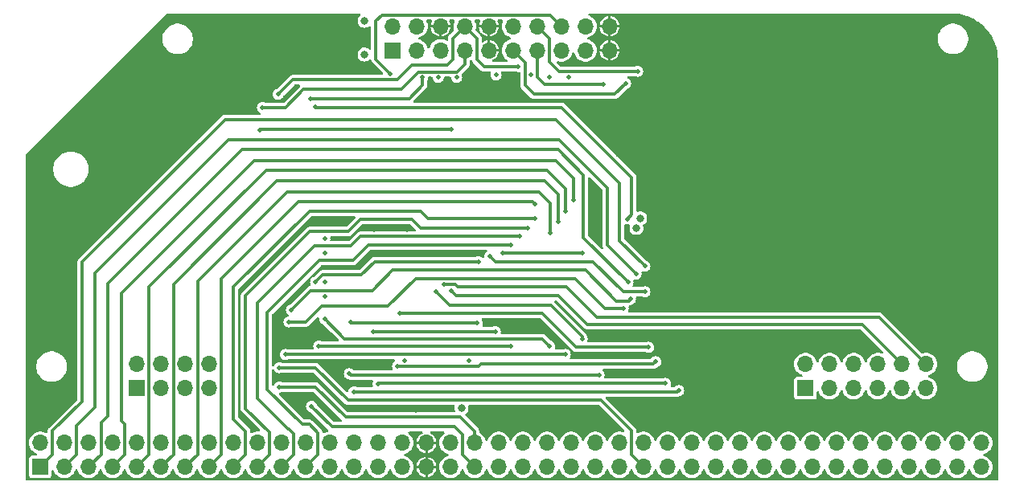
<source format=gbr>
%TF.GenerationSoftware,KiCad,Pcbnew,8.0.4*%
%TF.CreationDate,2024-07-26T11:17:42-07:00*%
%TF.ProjectId,ZORO,5a4f524f-2e6b-4696-9361-645f70636258,0*%
%TF.SameCoordinates,Original*%
%TF.FileFunction,Copper,L4,Bot*%
%TF.FilePolarity,Positive*%
%FSLAX46Y46*%
G04 Gerber Fmt 4.6, Leading zero omitted, Abs format (unit mm)*
G04 Created by KiCad (PCBNEW 8.0.4) date 2024-07-26 11:17:42*
%MOMM*%
%LPD*%
G01*
G04 APERTURE LIST*
%TA.AperFunction,ComponentPad*%
%ADD10R,1.700000X1.700000*%
%TD*%
%TA.AperFunction,ComponentPad*%
%ADD11O,1.700000X1.700000*%
%TD*%
%TA.AperFunction,ViaPad*%
%ADD12C,0.800000*%
%TD*%
%TA.AperFunction,ViaPad*%
%ADD13C,0.500000*%
%TD*%
%TA.AperFunction,Conductor*%
%ADD14C,0.330200*%
%TD*%
G04 APERTURE END LIST*
D10*
%TO.P,J4,1,Pin_1*%
%TO.N,/RCBUS_UART1_TX*%
X82341720Y10045700D03*
D11*
%TO.P,J4,2,Pin_2*%
%TO.N,/CPU_TXA0*%
X82341720Y12585700D03*
%TO.P,J4,3,Pin_3*%
%TO.N,/RCBUS_UART2_TX*%
X84881720Y10045700D03*
%TO.P,J4,4,Pin_4*%
%TO.N,/CPU_TXA1*%
X84881720Y12585700D03*
%TO.P,J4,5,Pin_5*%
%TO.N,/RCBUS_UART1_RX*%
X87421720Y10045700D03*
%TO.P,J4,6,Pin_6*%
%TO.N,/CPU_RXA0*%
X87421720Y12585700D03*
%TO.P,J4,7,Pin_7*%
%TO.N,/RCBUS_UART2_RX*%
X89961720Y10045700D03*
%TO.P,J4,8,Pin_8*%
%TO.N,/CPU_RXA1*%
X89961720Y12585700D03*
%TO.P,J4,9,Pin_9*%
%TO.N,/RCBUS_INT2_N*%
X92501720Y10045700D03*
%TO.P,J4,10,Pin_10*%
%TO.N,/CPU_INT2_N*%
X92501720Y12585700D03*
%TO.P,J4,11,Pin_11*%
%TO.N,/RCBUS_INT1_N*%
X95041720Y10045700D03*
%TO.P,J4,12,Pin_12*%
%TO.N,/CPU_INT1_N*%
X95041720Y12585700D03*
%TD*%
D10*
%TO.P,J5,1,Pin_1*%
%TO.N,/RCBUS_DREQ0_N*%
X11963400Y10045700D03*
D11*
%TO.P,J5,2,Pin_2*%
%TO.N,/CPU_CKA0*%
X11963400Y12585700D03*
%TO.P,J5,3,Pin_3*%
%TO.N,/RCBUS_TEND0_N*%
X14503400Y10045700D03*
%TO.P,J5,4,Pin_4*%
%TO.N,/CPU_CKA1*%
X14503400Y12585700D03*
%TO.P,J5,5,Pin_5*%
%TO.N,/RCBUS_DREQ1_N*%
X17043400Y10045700D03*
%TO.P,J5,6,Pin_6*%
%TO.N,/CPU_DREQ1_N*%
X17043400Y12585700D03*
%TO.P,J5,7,Pin_7*%
%TO.N,/RCBUS_TEND1_N*%
X19583400Y10045700D03*
%TO.P,J5,8,Pin_8*%
%TO.N,/CPU_TEND1_N*%
X19583400Y12585700D03*
%TD*%
D10*
%TO.P,J3,1,Pin_1*%
%TO.N,+3.3V*%
X38867000Y45658000D03*
D11*
%TO.P,J3,2,Pin_2*%
X38867000Y48198000D03*
%TO.P,J3,3,Pin_3*%
%TO.N,/CPU_CKS*%
X41407000Y45658000D03*
%TO.P,J3,4,Pin_4*%
%TO.N,/CPU_RXS*%
X41407000Y48198000D03*
%TO.P,J3,5,Pin_5*%
%TO.N,/CPU_TXS*%
X43947000Y45658000D03*
%TO.P,J3,6,Pin_6*%
%TO.N,GND*%
X43947000Y48198000D03*
%TO.P,J3,7,Pin_7*%
%TO.N,/CPU_CKA1*%
X46487000Y45658000D03*
%TO.P,J3,8,Pin_8*%
%TO.N,/CPU_CKA0*%
X46487000Y48198000D03*
%TO.P,J3,9,Pin_9*%
%TO.N,GND*%
X49027000Y45658000D03*
%TO.P,J3,10,Pin_10*%
X49027000Y48198000D03*
%TO.P,J3,11,Pin_11*%
%TO.N,/CPU_TXA1*%
X51567000Y45658000D03*
%TO.P,J3,12,Pin_12*%
%TO.N,/CPU_RXA1*%
X51567000Y48198000D03*
%TO.P,J3,13,Pin_13*%
%TO.N,/CPU_TXA0*%
X54107000Y45658000D03*
%TO.P,J3,14,Pin_14*%
%TO.N,/CPU_RXA0*%
X54107000Y48198000D03*
%TO.P,J3,15,Pin_15*%
%TO.N,/CPU_DCD0_N*%
X56647000Y45658000D03*
%TO.P,J3,16,Pin_16*%
%TO.N,/CPU_E*%
X56647000Y48198000D03*
%TO.P,J3,17,Pin_17*%
%TO.N,/CPU_RTS0_N*%
X59187000Y45658000D03*
%TO.P,J3,18,Pin_18*%
%TO.N,/CPU_CTS0_N*%
X59187000Y48198000D03*
%TO.P,J3,19,Pin_19*%
%TO.N,GND*%
X61727000Y45658000D03*
%TO.P,J3,20,Pin_20*%
X61727000Y48198000D03*
%TD*%
D10*
%TO.P,J2,1,Pin_1*%
%TO.N,/CPU_A15*%
X1803400Y1752600D03*
D11*
%TO.P,J2,2,Pin_2*%
%TO.N,/CPU_A14*%
X4343400Y1752600D03*
%TO.P,J2,3,Pin_3*%
%TO.N,/CPU_A13*%
X6883400Y1752600D03*
%TO.P,J2,4,Pin_4*%
%TO.N,/CPU_A12*%
X9423400Y1752600D03*
%TO.P,J2,5,Pin_5*%
%TO.N,/CPU_A11*%
X11963400Y1752600D03*
%TO.P,J2,6,Pin_6*%
%TO.N,/CPU_A10*%
X14503400Y1752600D03*
%TO.P,J2,7,Pin_7*%
%TO.N,/CPU_A9*%
X17043400Y1752600D03*
%TO.P,J2,8,Pin_8*%
%TO.N,/CPU_A8*%
X19583400Y1752600D03*
%TO.P,J2,9,Pin_9*%
%TO.N,/CPU_A7*%
X22123400Y1752600D03*
%TO.P,J2,10,Pin_10*%
%TO.N,/CPU_A6*%
X24663400Y1752600D03*
%TO.P,J2,11,Pin_11*%
%TO.N,/CPU_A5*%
X27203400Y1752600D03*
%TO.P,J2,12,Pin_12*%
%TO.N,/CPU_A4*%
X29743400Y1752600D03*
%TO.P,J2,13,Pin_13*%
%TO.N,/CPU_A3*%
X32283400Y1752600D03*
%TO.P,J2,14,Pin_14*%
%TO.N,/CPU_A2*%
X34823400Y1752600D03*
%TO.P,J2,15,Pin_15*%
%TO.N,/CPU_A1*%
X37363400Y1752600D03*
%TO.P,J2,16,Pin_16*%
%TO.N,/CPU_A0*%
X39903400Y1752600D03*
%TO.P,J2,17,Pin_17*%
%TO.N,GND*%
X42443400Y1752600D03*
%TO.P,J2,18,Pin_18*%
%TO.N,+3.3V*%
X44983400Y1752600D03*
%TO.P,J2,19,Pin_19*%
%TO.N,/CPU_M1_N*%
X47523400Y1752600D03*
%TO.P,J2,20,Pin_20*%
%TO.N,/CPU_RESET_N*%
X50063400Y1752600D03*
%TO.P,J2,21,Pin_21*%
%TO.N,/CPU_CLOCK_PHI*%
X52603400Y1752600D03*
%TO.P,J2,22,Pin_22*%
%TO.N,/CPU_INT0_N*%
X55143400Y1752600D03*
%TO.P,J2,23,Pin_23*%
%TO.N,/CPU_MREQ_N*%
X57683400Y1752600D03*
%TO.P,J2,24,Pin_24*%
%TO.N,/CPU_WR_N*%
X60223400Y1752600D03*
%TO.P,J2,25,Pin_25*%
%TO.N,/CPU_RD_N*%
X62763400Y1752600D03*
%TO.P,J2,26,Pin_26*%
%TO.N,/CPU_IORQ_N*%
X65303400Y1752600D03*
%TO.P,J2,27,Pin_27*%
%TO.N,/CPU_D0*%
X67843400Y1752600D03*
%TO.P,J2,28,Pin_28*%
%TO.N,/CPU_D1*%
X70383400Y1752600D03*
%TO.P,J2,29,Pin_29*%
%TO.N,/CPU_D2*%
X72923400Y1752600D03*
%TO.P,J2,30,Pin_30*%
%TO.N,/CPU_D3*%
X75463400Y1752600D03*
%TO.P,J2,31,Pin_31*%
%TO.N,/CPU_D4*%
X78003400Y1752600D03*
%TO.P,J2,32,Pin_32*%
%TO.N,/CPU_D5*%
X80543400Y1752600D03*
%TO.P,J2,33,Pin_33*%
%TO.N,/CPU_D6*%
X83083400Y1752600D03*
%TO.P,J2,34,Pin_34*%
%TO.N,/CPU_D7*%
X85623400Y1752600D03*
%TO.P,J2,35,Pin_35*%
%TO.N,/RCBUS_UART1_TX*%
X88163400Y1752600D03*
%TO.P,J2,36,Pin_36*%
%TO.N,/RCBUS_UART1_RX*%
X90703400Y1752600D03*
%TO.P,J2,37,Pin_37*%
%TO.N,/RCBUS_INT1_N*%
X93243400Y1752600D03*
%TO.P,J2,38,Pin_38*%
%TO.N,unconnected-(J2-Pin_38-Pad38)*%
X95783400Y1752600D03*
%TO.P,J2,39,Pin_39*%
%TO.N,unconnected-(J2-Pin_39-Pad39)*%
X98323400Y1752600D03*
%TO.P,J2,40,Pin_40*%
%TO.N,unconnected-(J2-Pin_40-Pad40)*%
X100863400Y1752600D03*
%TO.P,J2,41,Pin_41*%
%TO.N,unconnected-(J2-Pin_41-Pad41)*%
X1803400Y4292600D03*
%TO.P,J2,42,Pin_42*%
%TO.N,unconnected-(J2-Pin_42-Pad42)*%
X4343400Y4292600D03*
%TO.P,J2,43,Pin_43*%
%TO.N,unconnected-(J2-Pin_43-Pad43)*%
X6883400Y4292600D03*
%TO.P,J2,44,Pin_44*%
%TO.N,unconnected-(J2-Pin_44-Pad44)*%
X9423400Y4292600D03*
%TO.P,J2,45,Pin_45*%
%TO.N,/RCBUS_DREQ0_N*%
X11963400Y4292600D03*
%TO.P,J2,46,Pin_46*%
%TO.N,/RCBUS_TEND0_N*%
X14503400Y4292600D03*
%TO.P,J2,47,Pin_47*%
%TO.N,/RCBUS_DREQ1_N*%
X17043400Y4292600D03*
%TO.P,J2,48,Pin_48*%
%TO.N,/RCBUS_TEND1_N*%
X19583400Y4292600D03*
%TO.P,J2,49,Pin_49*%
%TO.N,unconnected-(J2-Pin_49-Pad49)*%
X22123400Y4292600D03*
%TO.P,J2,50,Pin_50*%
%TO.N,unconnected-(J2-Pin_50-Pad50)*%
X24663400Y4292600D03*
%TO.P,J2,51,Pin_51*%
%TO.N,unconnected-(J2-Pin_51-Pad51)*%
X27203400Y4292600D03*
%TO.P,J2,52,Pin_52*%
%TO.N,unconnected-(J2-Pin_52-Pad52)*%
X29743400Y4292600D03*
%TO.P,J2,53,Pin_53*%
%TO.N,/CPU_A19*%
X32283400Y4292600D03*
%TO.P,J2,54,Pin_54*%
%TO.N,/CPU_A18*%
X34823400Y4292600D03*
%TO.P,J2,55,Pin_55*%
%TO.N,/CPU_A17*%
X37363400Y4292600D03*
%TO.P,J2,56,Pin_56*%
%TO.N,/CPU_A16*%
X39903400Y4292600D03*
%TO.P,J2,57,Pin_57*%
%TO.N,GND*%
X42443400Y4292600D03*
%TO.P,J2,58,Pin_58*%
%TO.N,+3.3V*%
X44983400Y4292600D03*
%TO.P,J2,59,Pin_59*%
%TO.N,/CPU_RFSH_N*%
X47523400Y4292600D03*
%TO.P,J2,60,Pin_60*%
%TO.N,unconnected-(J2-Pin_60-Pad60)*%
X50063400Y4292600D03*
%TO.P,J2,61,Pin_61*%
%TO.N,/CPU_CLOCK_SRC*%
X52603400Y4292600D03*
%TO.P,J2,62,Pin_62*%
%TO.N,/CPU_BUSACK_N*%
X55143400Y4292600D03*
%TO.P,J2,63,Pin_63*%
%TO.N,/CPU_HALT_N*%
X57683400Y4292600D03*
%TO.P,J2,64,Pin_64*%
%TO.N,/CPU_BUSREQ_N*%
X60223400Y4292600D03*
%TO.P,J2,65,Pin_65*%
%TO.N,/CPU_WAIT_N*%
X62763400Y4292600D03*
%TO.P,J2,66,Pin_66*%
%TO.N,/CPU_NMI_N*%
X65303400Y4292600D03*
%TO.P,J2,67,Pin_67*%
%TO.N,unconnected-(J2-Pin_67-Pad67)*%
X67843400Y4292600D03*
%TO.P,J2,68,Pin_68*%
%TO.N,unconnected-(J2-Pin_68-Pad68)*%
X70383400Y4292600D03*
%TO.P,J2,69,Pin_69*%
%TO.N,unconnected-(J2-Pin_69-Pad69)*%
X72923400Y4292600D03*
%TO.P,J2,70,Pin_70*%
%TO.N,unconnected-(J2-Pin_70-Pad70)*%
X75463400Y4292600D03*
%TO.P,J2,71,Pin_71*%
%TO.N,unconnected-(J2-Pin_71-Pad71)*%
X78003400Y4292600D03*
%TO.P,J2,72,Pin_72*%
%TO.N,unconnected-(J2-Pin_72-Pad72)*%
X80543400Y4292600D03*
%TO.P,J2,73,Pin_73*%
%TO.N,unconnected-(J2-Pin_73-Pad73)*%
X83083400Y4292600D03*
%TO.P,J2,74,Pin_74*%
%TO.N,unconnected-(J2-Pin_74-Pad74)*%
X85623400Y4292600D03*
%TO.P,J2,75,Pin_75*%
%TO.N,/RCBUS_UART2_TX*%
X88163400Y4292600D03*
%TO.P,J2,76,Pin_76*%
%TO.N,/RCBUS_UART2_RX*%
X90703400Y4292600D03*
%TO.P,J2,77,Pin_77*%
%TO.N,/RCBUS_INT2_N*%
X93243400Y4292600D03*
%TO.P,J2,78,Pin_78*%
%TO.N,unconnected-(J2-Pin_78-Pad78)*%
X95783400Y4292600D03*
%TO.P,J2,79,Pin_79*%
%TO.N,unconnected-(J2-Pin_79-Pad79)*%
X98323400Y4292600D03*
%TO.P,J2,80,Pin_80*%
%TO.N,unconnected-(J2-Pin_80-Pad80)*%
X100863400Y4292600D03*
%TD*%
D12*
%TO.N,+3.3V*%
X46146720Y7931200D03*
X64561720Y26936700D03*
X35941000Y48768000D03*
D13*
X46908720Y12966700D03*
X45638720Y42811700D03*
X31750000Y24257000D03*
D12*
X64942720Y27952700D03*
D13*
X31750000Y25781000D03*
X49784000Y43053000D03*
X55417720Y42811700D03*
X57449720Y42811700D03*
X53423000Y43053000D03*
X31750000Y19685000D03*
X40177720Y12966700D03*
X43688000Y42811700D03*
D12*
X35941000Y45212000D03*
D13*
X31750000Y21209000D03*
%TO.N,GND*%
X101518720Y42811700D03*
X101518720Y35191700D03*
D12*
X50337720Y16903700D03*
D13*
X1188720Y27571700D03*
X90088720Y48526700D03*
D12*
X69006720Y27952700D03*
D13*
X9443720Y42176700D03*
X79928720Y48526700D03*
X74848720Y48526700D03*
X1188720Y17411700D03*
X24048720Y48526700D03*
X101518720Y22491700D03*
X1188720Y25031700D03*
X101518720Y17411700D03*
X101518720Y30111700D03*
X69768720Y48526700D03*
X101518720Y32651700D03*
X101518720Y25031700D03*
X77388720Y48526700D03*
X101518720Y40271700D03*
X29509720Y15760700D03*
X29128720Y48526700D03*
D12*
X34163000Y48768000D03*
D13*
X87548720Y48526700D03*
X67228720Y48526700D03*
X61386720Y7124700D03*
D12*
X40386000Y26924000D03*
D13*
X101518720Y19951700D03*
X1188720Y30111700D03*
X21508720Y48526700D03*
X101518720Y27571700D03*
X82468720Y48526700D03*
X29001720Y8648700D03*
X26588720Y48526700D03*
D12*
X34163000Y45212000D03*
D13*
X54655720Y6997700D03*
X72308720Y48526700D03*
X31668720Y48526700D03*
D12*
X41320720Y7886700D03*
D13*
X23159720Y6997700D03*
X1188720Y7251700D03*
X92628720Y48526700D03*
D12*
X60243720Y28505000D03*
D13*
X1188720Y22491700D03*
X6903720Y39636700D03*
X1188720Y9791700D03*
D12*
X36957000Y26924000D03*
X69006720Y26428700D03*
D13*
X4363720Y37096700D03*
X1188720Y14871700D03*
X11983720Y44716700D03*
X1188720Y19951700D03*
X85008720Y48526700D03*
X101518720Y37731700D03*
%TO.N,/CPU_TXA0*%
X61069220Y42113200D03*
%TO.N,/CPU_TXA1*%
X63418720Y42176700D03*
%TO.N,/CPU_DREQ1_N*%
X24937720Y37223700D03*
X45092000Y37350700D03*
%TO.N,/CPU_CKA0*%
X26842720Y41033700D03*
X52092860Y43964860D03*
%TO.N,/CPU_TEND1_N*%
X30208220Y40589200D03*
X42037000Y42811700D03*
%TO.N,/CPU_CKA1*%
X25191720Y39636700D03*
%TO.N,/CPU_RXA0*%
X64688720Y43446700D03*
%TO.N,/CPU_INT2_N*%
X45092000Y20293980D03*
%TO.N,/CPU_INT1_N*%
X44292000Y20967700D03*
%TO.N,/CPU_BUSACK_N*%
X31732220Y17348200D03*
X55417720Y14490700D03*
%TO.N,/CPU_A19*%
X63609220Y27889200D03*
X30716220Y39700200D03*
%TO.N,/CPU_A11*%
X57092000Y28714700D03*
%TO.N,/CPU_A15*%
X65450720Y22905000D03*
%TO.N,/CPU_CLOCK_PHI*%
X31115000Y14490700D03*
X51308000Y14490700D03*
%TO.N,/CPU_A14*%
X64516000Y22098000D03*
%TO.N,/CPU_A4*%
X51353720Y25158700D03*
%TO.N,/CPU_A5*%
X52292000Y26047700D03*
%TO.N,/CPU_A6*%
X53086000Y26936700D03*
%TO.N,/CPU_INT0_N*%
X43492000Y20205700D03*
X58846720Y15252700D03*
%TO.N,/CPU_MREQ_N*%
X27604720Y13601700D03*
X57068720Y13601700D03*
%TO.N,/CPU_WR_N*%
X63164720Y18427700D03*
X27985720Y17030700D03*
%TO.N,/CPU_NMI_N*%
X39669720Y17919700D03*
X65831720Y14363700D03*
%TO.N,/CPU_RESET_N*%
X34462720Y17030700D03*
X47797720Y16903700D03*
%TO.N,/CPU_A8*%
X53893720Y29476700D03*
%TO.N,/CPU_CLOCK_SRC*%
X50464720Y24269700D03*
X58846720Y24269700D03*
%TO.N,/CPU_A17*%
X37363400Y10533380D03*
X67609720Y10553700D03*
%TO.N,/CPU_A13*%
X63672720Y21221700D03*
%TO.N,/CPU_WAIT_N*%
X49131220Y23952200D03*
X65450720Y20205700D03*
%TO.N,/CPU_A3*%
X47924720Y23380700D03*
X30779720Y21221700D03*
%TO.N,/CPU_BUSREQ_N*%
X60624720Y11442700D03*
X34335720Y11569700D03*
%TO.N,/CPU_A9*%
X55492000Y26428700D03*
%TO.N,/CPU_IORQ_N*%
X26969720Y12204700D03*
%TO.N,/CPU_RFSH_N*%
X26969720Y10172700D03*
%TO.N,/CPU_A2*%
X36830000Y16014700D03*
X49702720Y16014700D03*
%TO.N,/CPU_RD_N*%
X28239720Y18300700D03*
X63926720Y19443700D03*
%TO.N,/CPU_M1_N*%
X30353000Y8128000D03*
%TO.N,/CPU_A16*%
X39415720Y12397600D03*
X66593720Y12839700D03*
%TO.N,/CPU_A18*%
X69006720Y9791700D03*
X34823400Y9664700D03*
%TO.N,/CPU_A7*%
X53848000Y27952700D03*
%TO.N,/CPU_A10*%
X56292000Y27571700D03*
%TO.N,/CPU_A12*%
X57957720Y29857700D03*
%TO.N,/CPU_E*%
X38653720Y43192700D03*
%TD*%
D14*
%TO.N,/CPU_TXA0*%
X61005720Y42049700D02*
X54856520Y42049700D01*
X61069220Y42113200D02*
X61005720Y42049700D01*
X54856520Y42049700D02*
X54107000Y42799220D01*
X54107000Y42799220D02*
X54107000Y45658000D01*
%TO.N,/CPU_TXA1*%
X62275720Y41033700D02*
X53766720Y41033700D01*
X63418720Y42176700D02*
X62275720Y41033700D01*
X52832000Y44393000D02*
X51567000Y45658000D01*
X53766720Y41033700D02*
X52832000Y41968420D01*
X52832000Y41968420D02*
X52832000Y44393000D01*
%TO.N,/CPU_DREQ1_N*%
X24937720Y37223700D02*
X25064720Y37350700D01*
X25064720Y37350700D02*
X45092000Y37350700D01*
%TO.N,/CPU_CKA0*%
X40939720Y44081700D02*
X44622720Y44081700D01*
X45212000Y44670980D02*
X45212000Y46923000D01*
X52070000Y43942000D02*
X48514000Y43942000D01*
X39415720Y42557700D02*
X40939720Y44081700D01*
X52092860Y43964860D02*
X52070000Y43942000D01*
X47752000Y46933000D02*
X46487000Y48198000D01*
X48514000Y43942000D02*
X47752000Y44704000D01*
X28366720Y42557700D02*
X39415720Y42557700D01*
X26842720Y41033700D02*
X28366720Y42557700D01*
X45212000Y46923000D02*
X46487000Y48198000D01*
X44622720Y44081700D02*
X45212000Y44670980D01*
X47752000Y44704000D02*
X47752000Y46933000D01*
%TO.N,/CPU_TEND1_N*%
X42037000Y42003980D02*
X40622220Y40589200D01*
X42037000Y42811700D02*
X42037000Y42003980D01*
X40622220Y40589200D02*
X30208220Y40589200D01*
%TO.N,/CPU_CKA1*%
X46487000Y44167980D02*
X46487000Y45658000D01*
X45699820Y43380800D02*
X46487000Y44167980D01*
X41635820Y43380800D02*
X45699820Y43380800D01*
X27604720Y39636700D02*
X29509720Y41541700D01*
X29509720Y41541700D02*
X39796720Y41541700D01*
X39796720Y41541700D02*
X41635820Y43380800D01*
X25191720Y39636700D02*
X27604720Y39636700D01*
%TO.N,/CPU_RXA0*%
X56375300Y43446700D02*
X55417720Y44404280D01*
X55417720Y44404280D02*
X55417720Y46887280D01*
X64688720Y43446700D02*
X56375300Y43446700D01*
X55417720Y46887280D02*
X54107000Y48198000D01*
%TO.N,/CPU_INT2_N*%
X56306720Y19824700D02*
X59354720Y16776700D01*
X88310720Y16776700D02*
X92501720Y12585700D01*
X45092000Y20293980D02*
X45561280Y19824700D01*
X45561280Y19824700D02*
X56306720Y19824700D01*
X59354720Y16776700D02*
X88310720Y16776700D01*
%TO.N,/CPU_INT1_N*%
X45765720Y20713700D02*
X57195720Y20713700D01*
X45511720Y20967700D02*
X45765720Y20713700D01*
X44292000Y20967700D02*
X45511720Y20967700D01*
X90088720Y17538700D02*
X95041720Y12585700D01*
X57195720Y20713700D02*
X60370720Y17538700D01*
X60370720Y17538700D02*
X90088720Y17538700D01*
%TO.N,/CPU_BUSACK_N*%
X54655720Y15252700D02*
X33827720Y15252700D01*
X33827720Y15252700D02*
X31732220Y17348200D01*
X55417720Y14490700D02*
X54655720Y15252700D01*
%TO.N,/CPU_A19*%
X64053720Y28333700D02*
X63609220Y27889200D01*
X30716220Y39700200D02*
X30779720Y39636700D01*
X64053720Y32270700D02*
X64053720Y28333700D01*
X56687720Y39636700D02*
X64053720Y32270700D01*
X30779720Y39636700D02*
X56687720Y39636700D01*
%TO.N,/CPU_A11*%
X13253720Y3042920D02*
X11963400Y1752600D01*
X55163720Y33032700D02*
X25572720Y33032700D01*
X13253720Y20713700D02*
X13253720Y3042920D01*
X25572720Y33032700D02*
X13253720Y20713700D01*
X57092000Y31104420D02*
X55163720Y33032700D01*
X57092000Y28714700D02*
X57092000Y31104420D01*
%TO.N,/CPU_A15*%
X6217920Y8668120D02*
X3093720Y5543920D01*
X3093720Y3042920D02*
X1803400Y1752600D01*
X56052720Y38366700D02*
X21254720Y38366700D01*
X62783720Y31635700D02*
X56052720Y38366700D01*
X62783720Y25572000D02*
X62783720Y31635700D01*
X65450720Y22905000D02*
X62783720Y25572000D01*
X3093720Y5543920D02*
X3093720Y3042920D01*
X6217920Y23329900D02*
X6217920Y8668120D01*
X21254720Y38366700D02*
X6217920Y23329900D01*
%TO.N,/CPU_CLOCK_PHI*%
X51308000Y14363700D02*
X51308000Y14490700D01*
X51308000Y14490700D02*
X31115000Y14490700D01*
%TO.N,/CPU_A14*%
X56433720Y36207700D02*
X61513720Y31127700D01*
X5633720Y3042920D02*
X5633720Y6108700D01*
X7538720Y8013700D02*
X7538720Y22174200D01*
X4343400Y1752600D02*
X5633720Y3042920D01*
X7538720Y22174200D02*
X21572220Y36207700D01*
X61513720Y25100280D02*
X64516000Y22098000D01*
X21572220Y36207700D02*
X56433720Y36207700D01*
X5633720Y6108700D02*
X7538720Y8013700D01*
X61513720Y31127700D02*
X61513720Y25100280D01*
%TO.N,/CPU_A4*%
X34716720Y23507700D02*
X31160720Y23507700D01*
X31033720Y5346700D02*
X31033720Y3042920D01*
X31160720Y23507700D02*
X25699720Y18046700D01*
X31033720Y3042920D02*
X29743400Y1752600D01*
X29382720Y6235700D02*
X30144720Y6235700D01*
X25699720Y18046700D02*
X25699720Y9918700D01*
X36367720Y25158700D02*
X34716720Y23507700D01*
X25699720Y9918700D02*
X29382720Y6235700D01*
X51353720Y25158700D02*
X36367720Y25158700D01*
X30144720Y6235700D02*
X31033720Y5346700D01*
%TO.N,/CPU_A5*%
X27960320Y5753100D02*
X28468320Y5245100D01*
X30652720Y25031700D02*
X24683720Y19062700D01*
X24683720Y19062700D02*
X24683720Y8982200D01*
X28468320Y3017520D02*
X27203400Y1752600D01*
X35478720Y26047700D02*
X34462720Y25031700D01*
X28468320Y5245100D02*
X28468320Y3017520D01*
X52292000Y26047700D02*
X35478720Y26047700D01*
X24683720Y8982200D02*
X27912820Y5753100D01*
X27912820Y5753100D02*
X27960320Y5753100D01*
X34462720Y25031700D02*
X30652720Y25031700D01*
%TO.N,/CPU_A6*%
X35478720Y27825700D02*
X34208720Y26555700D01*
X30144720Y26555700D02*
X23413720Y19824700D01*
X25928320Y5372100D02*
X25928320Y3017520D01*
X23413720Y19824700D02*
X23413720Y7886700D01*
X41828720Y26936700D02*
X40939720Y27825700D01*
X40939720Y27825700D02*
X35478720Y27825700D01*
X23413720Y7886700D02*
X25928320Y5372100D01*
X34208720Y26555700D02*
X30144720Y26555700D01*
X53086000Y26936700D02*
X41828720Y26936700D01*
X25928320Y3017520D02*
X24663400Y1752600D01*
%TO.N,/CPU_INT0_N*%
X55544720Y18808700D02*
X44889000Y18808700D01*
X58846720Y15506700D02*
X55544720Y18808700D01*
X58846720Y15252700D02*
X58846720Y15506700D01*
X44889000Y18808700D02*
X43492000Y20205700D01*
%TO.N,/CPU_MREQ_N*%
X57068720Y13601700D02*
X27604720Y13601700D01*
%TO.N,/CPU_WR_N*%
X27985720Y17030700D02*
X29763720Y17030700D01*
X61259720Y18427700D02*
X63164720Y18427700D01*
X38399720Y18681700D02*
X41320720Y21602700D01*
X41320720Y21602700D02*
X58084720Y21602700D01*
X29763720Y17030700D02*
X31414720Y18681700D01*
X31414720Y18681700D02*
X38399720Y18681700D01*
X58084720Y21602700D02*
X61259720Y18427700D01*
%TO.N,/CPU_NMI_N*%
X54655720Y17919700D02*
X39669720Y17919700D01*
X58211720Y14363700D02*
X54655720Y17919700D01*
X65831720Y14363700D02*
X58211720Y14363700D01*
%TO.N,/CPU_RESET_N*%
X34589720Y16903700D02*
X34462720Y17030700D01*
X47797720Y16903700D02*
X34589720Y16903700D01*
%TO.N,/CPU_A8*%
X53893720Y29476700D02*
X53639720Y29730700D01*
X53639720Y29730700D02*
X28985845Y29730700D01*
X20873720Y3042920D02*
X19583400Y1752600D01*
X28985845Y29730700D02*
X20873720Y21618575D01*
X20873720Y21618575D02*
X20873720Y3042920D01*
%TO.N,/CPU_CLOCK_SRC*%
X58846720Y24269700D02*
X50464720Y24269700D01*
%TO.N,/CPU_A17*%
X67609720Y10553700D02*
X37383720Y10553700D01*
X37383720Y10553700D02*
X37363400Y10533380D01*
%TO.N,/CPU_A13*%
X23032720Y35191700D02*
X8935720Y21094700D01*
X8935720Y7140310D02*
X8199120Y6403710D01*
X8199120Y3068320D02*
X6883400Y1752600D01*
X58973720Y25920700D02*
X58973720Y32524700D01*
X58973720Y32524700D02*
X56306720Y35191700D01*
X56306720Y35191700D02*
X23032720Y35191700D01*
X8199120Y6403710D02*
X8199120Y3068320D01*
X8935720Y21094700D02*
X8935720Y7140310D01*
X63672720Y21221700D02*
X58973720Y25920700D01*
%TO.N,/CPU_WAIT_N*%
X59989720Y23380700D02*
X63164720Y20205700D01*
X49131220Y23952200D02*
X49702720Y23380700D01*
X65450720Y20205700D02*
X63164720Y20205700D01*
X49702720Y23380700D02*
X59989720Y23380700D01*
%TO.N,/CPU_A3*%
X35605720Y21983700D02*
X31541720Y21983700D01*
X47924720Y23380700D02*
X37002720Y23380700D01*
X37002720Y23380700D02*
X35605720Y21983700D01*
X31541720Y21983700D02*
X30779720Y21221700D01*
%TO.N,/CPU_BUSREQ_N*%
X34462720Y11442700D02*
X34335720Y11569700D01*
X60624720Y11442700D02*
X34462720Y11442700D01*
%TO.N,/CPU_A9*%
X18359120Y3068320D02*
X17043400Y1752600D01*
X55492000Y26428700D02*
X55492000Y29529420D01*
X54274720Y30746700D02*
X27795220Y30746700D01*
X27795220Y30746700D02*
X18359120Y21310600D01*
X18359120Y21310600D02*
X18359120Y3068320D01*
X55492000Y29529420D02*
X54274720Y30746700D01*
%TO.N,/CPU_IORQ_N*%
X30779720Y12204700D02*
X34208720Y8775700D01*
X34208720Y8775700D02*
X60820300Y8775700D01*
X64053720Y3002280D02*
X65303400Y1752600D01*
X60820300Y8775700D02*
X64053720Y5542280D01*
X64053720Y5542280D02*
X64053720Y3002280D01*
X26969720Y12204700D02*
X30779720Y12204700D01*
%TO.N,/CPU_RFSH_N*%
X46019720Y6997700D02*
X47523400Y5494020D01*
X47523400Y5494020D02*
X47523400Y4292600D01*
X26969720Y10172700D02*
X30779720Y10172700D01*
X30779720Y10172700D02*
X33954720Y6997700D01*
X33954720Y6997700D02*
X46019720Y6997700D01*
%TO.N,/CPU_A2*%
X36830000Y16014700D02*
X49702720Y16014700D01*
%TO.N,/CPU_RD_N*%
X59227720Y22491700D02*
X62463820Y19255600D01*
X63738620Y19255600D02*
X63926720Y19443700D01*
X28239720Y18300700D02*
X30289991Y20350971D01*
X36766991Y20350971D02*
X38907720Y22491700D01*
X38907720Y22491700D02*
X59227720Y22491700D01*
X30289991Y20350971D02*
X36766991Y20350971D01*
X62463820Y19255600D02*
X63738620Y19255600D01*
%TO.N,/CPU_M1_N*%
X46228000Y3048000D02*
X46228000Y5138420D01*
X47523400Y1752600D02*
X46228000Y3048000D01*
X46228000Y5138420D02*
X45384720Y5981700D01*
X32499300Y5981700D02*
X30353000Y8128000D01*
X45384720Y5981700D02*
X32499300Y5981700D01*
%TO.N,/CPU_A16*%
X66339720Y12585700D02*
X48178720Y12585700D01*
X47924720Y12331700D02*
X39481620Y12331700D01*
X66593720Y12839700D02*
X66339720Y12585700D01*
X39481620Y12331700D02*
X39415720Y12397600D01*
X48178720Y12585700D02*
X47924720Y12331700D01*
%TO.N,/CPU_A18*%
X68879720Y9664700D02*
X34823400Y9664700D01*
X69006720Y9791700D02*
X68879720Y9664700D01*
%TO.N,/CPU_A7*%
X42590720Y27952700D02*
X41828720Y28714700D01*
X22143720Y20713700D02*
X22143720Y6794500D01*
X23413720Y5524500D02*
X23413720Y3042920D01*
X22143720Y6794500D02*
X23413720Y5524500D01*
X30144720Y28714700D02*
X22143720Y20713700D01*
X53848000Y27952700D02*
X42590720Y27952700D01*
X41828720Y28714700D02*
X30144720Y28714700D01*
X23413720Y3042920D02*
X22123400Y1752600D01*
%TO.N,/CPU_A10*%
X15819120Y20993100D02*
X15819120Y3068320D01*
X15819120Y3068320D02*
X14503400Y1752600D01*
X56292000Y27571700D02*
X56292000Y30507420D01*
X54909720Y31889700D02*
X26715720Y31889700D01*
X56292000Y30507420D02*
X54909720Y31889700D01*
X26715720Y31889700D02*
X15819120Y20993100D01*
%TO.N,/CPU_A12*%
X10688320Y3017520D02*
X9423400Y1752600D01*
X10688320Y6261100D02*
X10688320Y3017520D01*
X10332720Y6616700D02*
X10688320Y6261100D01*
X57957720Y32143700D02*
X56052720Y34048700D01*
X57957720Y29857700D02*
X57957720Y32143700D01*
X56052720Y34048700D02*
X24302720Y34048700D01*
X10332720Y20078700D02*
X10332720Y6616700D01*
X24302720Y34048700D02*
X10332720Y20078700D01*
%TO.N,/CPU_E*%
X38653720Y43192700D02*
X37129720Y44716700D01*
X55449900Y49395100D02*
X56647000Y48198000D01*
X37744120Y49395100D02*
X55449900Y49395100D01*
X37129720Y48780700D02*
X37744120Y49395100D01*
X37129720Y44716700D02*
X37129720Y48780700D01*
%TD*%
%TA.AperFunction,Conductor*%
%TO.N,GND*%
G36*
X35463264Y49539698D02*
G01*
X35509757Y49486042D01*
X35519861Y49415768D01*
X35490367Y49351188D01*
X35484238Y49344605D01*
X35366104Y49226472D01*
X35366104Y49226471D01*
X35278495Y49087045D01*
X35238265Y48972072D01*
X35224112Y48931625D01*
X35205676Y48768000D01*
X35224112Y48604375D01*
X35224113Y48604373D01*
X35278495Y48448956D01*
X35297870Y48418121D01*
X35366101Y48309533D01*
X35366104Y48309530D01*
X35366104Y48309529D01*
X35482528Y48193105D01*
X35482530Y48193104D01*
X35482533Y48193101D01*
X35621955Y48105496D01*
X35777375Y48051112D01*
X35941000Y48032676D01*
X36104625Y48051112D01*
X36260045Y48105496D01*
X36399467Y48193101D01*
X36399471Y48193105D01*
X36418825Y48212458D01*
X36481137Y48246484D01*
X36551952Y48241419D01*
X36608788Y48198872D01*
X36633599Y48132352D01*
X36633920Y48123363D01*
X36633920Y45856637D01*
X36613918Y45788516D01*
X36560262Y45742023D01*
X36489988Y45731919D01*
X36425408Y45761413D01*
X36418825Y45767542D01*
X36399471Y45786896D01*
X36399468Y45786898D01*
X36399467Y45786899D01*
X36307478Y45844700D01*
X36260044Y45874505D01*
X36153720Y45911709D01*
X36104625Y45928888D01*
X35941000Y45947324D01*
X35777375Y45928888D01*
X35777372Y45928888D01*
X35777372Y45928887D01*
X35621955Y45874505D01*
X35574522Y45844700D01*
X35482533Y45786899D01*
X35482531Y45786898D01*
X35482529Y45786896D01*
X35482528Y45786896D01*
X35366104Y45670472D01*
X35366104Y45670471D01*
X35366102Y45670469D01*
X35366101Y45670467D01*
X35358265Y45657996D01*
X35278495Y45531045D01*
X35226070Y45381220D01*
X35224112Y45375625D01*
X35205676Y45212000D01*
X35224112Y45048375D01*
X35241291Y44999280D01*
X35278495Y44892956D01*
X35278496Y44892955D01*
X35366101Y44753533D01*
X35366104Y44753530D01*
X35366104Y44753529D01*
X35482528Y44637105D01*
X35482530Y44637104D01*
X35482533Y44637101D01*
X35621955Y44549496D01*
X35777375Y44495112D01*
X35941000Y44476676D01*
X36104625Y44495112D01*
X36260045Y44549496D01*
X36399467Y44637101D01*
X36433084Y44670719D01*
X36495394Y44704743D01*
X36566210Y44699679D01*
X36623046Y44657133D01*
X36643884Y44614240D01*
X36646169Y44605714D01*
X36646169Y44605707D01*
X36646171Y44605707D01*
X36667707Y44525331D01*
X36667710Y44525324D01*
X36680592Y44503013D01*
X36694104Y44479608D01*
X36694779Y44478440D01*
X36694779Y44478439D01*
X36732978Y44412275D01*
X36732980Y44412273D01*
X36732981Y44412271D01*
X37876659Y43268594D01*
X37910683Y43206283D01*
X37905619Y43135468D01*
X37863072Y43078632D01*
X37796552Y43053821D01*
X37787563Y43053500D01*
X28431993Y43053500D01*
X28301446Y43053500D01*
X28262334Y43043020D01*
X28223222Y43032540D01*
X28223221Y43032541D01*
X28175354Y43019714D01*
X28175349Y43019713D01*
X28175348Y43019712D01*
X28175347Y43019712D01*
X28175343Y43019710D01*
X28062295Y42954442D01*
X28062294Y42954441D01*
X28062292Y42954440D01*
X28062292Y42954439D01*
X28062291Y42954438D01*
X27046559Y41938707D01*
X26736467Y41628615D01*
X26695590Y41601302D01*
X26549864Y41540942D01*
X26428559Y41447861D01*
X26335477Y41326555D01*
X26276967Y41185294D01*
X26257009Y41033701D01*
X26257009Y41033700D01*
X26276967Y40882107D01*
X26335477Y40740845D01*
X26428559Y40619540D01*
X26549864Y40526458D01*
X26638943Y40489562D01*
X26691127Y40467947D01*
X26842720Y40447989D01*
X26994313Y40467947D01*
X27083392Y40504845D01*
X27135575Y40526458D01*
X27256880Y40619540D01*
X27349962Y40740845D01*
X27410323Y40886574D01*
X27437632Y40927447D01*
X28535184Y42024998D01*
X28597494Y42059021D01*
X28624277Y42061900D01*
X29024562Y42061900D01*
X29092683Y42041898D01*
X29139176Y41988242D01*
X29149280Y41917968D01*
X29119786Y41853388D01*
X29113657Y41846805D01*
X27436257Y40169405D01*
X27373945Y40135379D01*
X27347162Y40132500D01*
X25537261Y40132500D01*
X25489044Y40142091D01*
X25343313Y40202453D01*
X25191720Y40222411D01*
X25040126Y40202453D01*
X24898865Y40143943D01*
X24777559Y40050861D01*
X24684477Y39929555D01*
X24625967Y39788294D01*
X24606009Y39636701D01*
X24606009Y39636700D01*
X24625967Y39485107D01*
X24684477Y39343845D01*
X24777559Y39222540D01*
X24898864Y39129458D01*
X24958133Y39104909D01*
X25013414Y39060362D01*
X25035836Y38992999D01*
X25018279Y38924207D01*
X24966317Y38875828D01*
X24909916Y38862500D01*
X21319993Y38862500D01*
X21189446Y38862500D01*
X21126401Y38845607D01*
X21063350Y38828713D01*
X21063343Y38828710D01*
X20950295Y38763442D01*
X20950291Y38763438D01*
X5821187Y23634337D01*
X5821180Y23634327D01*
X5792803Y23585176D01*
X5755910Y23521277D01*
X5755907Y23521270D01*
X5735460Y23444959D01*
X5726694Y23412241D01*
X5722120Y23395172D01*
X5722120Y8925679D01*
X5702118Y8857558D01*
X5685215Y8836584D01*
X2696986Y5848356D01*
X2696980Y5848348D01*
X2696033Y5846707D01*
X2685770Y5828930D01*
X2679676Y5818375D01*
X2679675Y5818374D01*
X2631709Y5735297D01*
X2597921Y5609196D01*
X2597920Y5609193D01*
X2597920Y5415572D01*
X2577918Y5347451D01*
X2524262Y5300958D01*
X2453988Y5290854D01*
X2405590Y5308444D01*
X2337006Y5350909D01*
X2331938Y5354047D01*
X2182413Y5411973D01*
X2127899Y5433092D01*
X1912808Y5473300D01*
X1693992Y5473300D01*
X1693991Y5473300D01*
X1478900Y5433092D01*
X1364041Y5388595D01*
X1274862Y5354047D01*
X1274861Y5354047D01*
X1274860Y5354046D01*
X1274855Y5354044D01*
X1088819Y5238855D01*
X927112Y5091440D01*
X795250Y4916825D01*
X697714Y4720945D01*
X697712Y4720940D01*
X637831Y4510479D01*
X617642Y4292605D01*
X617642Y4292596D01*
X637831Y4074722D01*
X637831Y4074719D01*
X637832Y4074718D01*
X697714Y3864255D01*
X795248Y3668379D01*
X795249Y3668378D01*
X795250Y3668376D01*
X927112Y3493761D01*
X1088819Y3346346D01*
X1274855Y3231157D01*
X1274856Y3231157D01*
X1274862Y3231153D01*
X1415187Y3176792D01*
X1471481Y3133532D01*
X1495452Y3066705D01*
X1479488Y2997526D01*
X1428657Y2947960D01*
X1369670Y2933300D01*
X914641Y2933300D01*
X866489Y2926961D01*
X760790Y2877673D01*
X678327Y2795210D01*
X629039Y2689511D01*
X622700Y2641359D01*
X622700Y863842D01*
X629039Y815690D01*
X678327Y709991D01*
X760790Y627528D01*
X760791Y627528D01*
X760792Y627527D01*
X866488Y578240D01*
X914646Y571900D01*
X914653Y571900D01*
X2692147Y571900D01*
X2692154Y571900D01*
X2740312Y578240D01*
X2846008Y627527D01*
X2928473Y709992D01*
X2977760Y815688D01*
X2984100Y863846D01*
X2984100Y1312352D01*
X3004102Y1380473D01*
X3057758Y1426966D01*
X3128032Y1437070D01*
X3192612Y1407576D01*
X3230996Y1347850D01*
X3231290Y1346833D01*
X3237711Y1324263D01*
X3237712Y1324261D01*
X3237714Y1324255D01*
X3335248Y1128379D01*
X3335249Y1128378D01*
X3335250Y1128376D01*
X3467112Y953761D01*
X3628819Y806346D01*
X3814855Y691157D01*
X3814856Y691157D01*
X3814862Y691153D01*
X4018902Y612108D01*
X4233992Y571900D01*
X4233996Y571900D01*
X4452804Y571900D01*
X4452808Y571900D01*
X4667898Y612108D01*
X4871938Y691153D01*
X5057979Y806345D01*
X5219686Y953760D01*
X5351552Y1128379D01*
X5449086Y1324255D01*
X5492210Y1475821D01*
X5530091Y1535867D01*
X5594421Y1565901D01*
X5664778Y1556388D01*
X5718822Y1510348D01*
X5734590Y1475820D01*
X5777711Y1324264D01*
X5777712Y1324261D01*
X5777714Y1324255D01*
X5875248Y1128379D01*
X5875249Y1128378D01*
X5875250Y1128376D01*
X6007112Y953761D01*
X6168819Y806346D01*
X6354855Y691157D01*
X6354856Y691157D01*
X6354862Y691153D01*
X6558902Y612108D01*
X6773992Y571900D01*
X6773996Y571900D01*
X6992804Y571900D01*
X6992808Y571900D01*
X7207898Y612108D01*
X7411938Y691153D01*
X7597979Y806345D01*
X7759686Y953760D01*
X7891552Y1128379D01*
X7989086Y1324255D01*
X8032210Y1475821D01*
X8070091Y1535867D01*
X8134421Y1565901D01*
X8204778Y1556388D01*
X8258822Y1510348D01*
X8274590Y1475820D01*
X8317711Y1324264D01*
X8317712Y1324261D01*
X8317714Y1324255D01*
X8415248Y1128379D01*
X8415249Y1128378D01*
X8415250Y1128376D01*
X8547112Y953761D01*
X8708819Y806346D01*
X8894855Y691157D01*
X8894856Y691157D01*
X8894862Y691153D01*
X9098902Y612108D01*
X9313992Y571900D01*
X9313996Y571900D01*
X9532804Y571900D01*
X9532808Y571900D01*
X9747898Y612108D01*
X9951938Y691153D01*
X10137979Y806345D01*
X10299686Y953760D01*
X10431552Y1128379D01*
X10529086Y1324255D01*
X10572210Y1475821D01*
X10610091Y1535867D01*
X10674421Y1565901D01*
X10744778Y1556388D01*
X10798822Y1510348D01*
X10814590Y1475820D01*
X10857711Y1324264D01*
X10857712Y1324261D01*
X10857714Y1324255D01*
X10955248Y1128379D01*
X10955249Y1128378D01*
X10955250Y1128376D01*
X11087112Y953761D01*
X11248819Y806346D01*
X11434855Y691157D01*
X11434856Y691157D01*
X11434862Y691153D01*
X11638902Y612108D01*
X11853992Y571900D01*
X11853996Y571900D01*
X12072804Y571900D01*
X12072808Y571900D01*
X12287898Y612108D01*
X12491938Y691153D01*
X12677979Y806345D01*
X12839686Y953760D01*
X12971552Y1128379D01*
X13069086Y1324255D01*
X13112210Y1475821D01*
X13150091Y1535867D01*
X13214421Y1565901D01*
X13284778Y1556388D01*
X13338822Y1510348D01*
X13354590Y1475820D01*
X13397711Y1324264D01*
X13397712Y1324261D01*
X13397714Y1324255D01*
X13495248Y1128379D01*
X13495249Y1128378D01*
X13495250Y1128376D01*
X13627112Y953761D01*
X13788819Y806346D01*
X13974855Y691157D01*
X13974856Y691157D01*
X13974862Y691153D01*
X14178902Y612108D01*
X14393992Y571900D01*
X14393996Y571900D01*
X14612804Y571900D01*
X14612808Y571900D01*
X14827898Y612108D01*
X15031938Y691153D01*
X15217979Y806345D01*
X15379686Y953760D01*
X15511552Y1128379D01*
X15609086Y1324255D01*
X15652210Y1475821D01*
X15690091Y1535867D01*
X15754421Y1565901D01*
X15824778Y1556388D01*
X15878822Y1510348D01*
X15894590Y1475820D01*
X15937711Y1324264D01*
X15937712Y1324261D01*
X15937714Y1324255D01*
X16035248Y1128379D01*
X16035249Y1128378D01*
X16035250Y1128376D01*
X16167112Y953761D01*
X16328819Y806346D01*
X16514855Y691157D01*
X16514856Y691157D01*
X16514862Y691153D01*
X16718902Y612108D01*
X16933992Y571900D01*
X16933996Y571900D01*
X17152804Y571900D01*
X17152808Y571900D01*
X17367898Y612108D01*
X17571938Y691153D01*
X17757979Y806345D01*
X17919686Y953760D01*
X18051552Y1128379D01*
X18149086Y1324255D01*
X18192210Y1475821D01*
X18230091Y1535867D01*
X18294421Y1565901D01*
X18364778Y1556388D01*
X18418822Y1510348D01*
X18434590Y1475820D01*
X18477711Y1324264D01*
X18477712Y1324261D01*
X18477714Y1324255D01*
X18575248Y1128379D01*
X18575249Y1128378D01*
X18575250Y1128376D01*
X18707112Y953761D01*
X18868819Y806346D01*
X19054855Y691157D01*
X19054856Y691157D01*
X19054862Y691153D01*
X19258902Y612108D01*
X19473992Y571900D01*
X19473996Y571900D01*
X19692804Y571900D01*
X19692808Y571900D01*
X19907898Y612108D01*
X20111938Y691153D01*
X20297979Y806345D01*
X20459686Y953760D01*
X20591552Y1128379D01*
X20689086Y1324255D01*
X20732210Y1475821D01*
X20770091Y1535867D01*
X20834421Y1565901D01*
X20904778Y1556388D01*
X20958822Y1510348D01*
X20974590Y1475820D01*
X21017711Y1324264D01*
X21017712Y1324261D01*
X21017714Y1324255D01*
X21115248Y1128379D01*
X21115249Y1128378D01*
X21115250Y1128376D01*
X21247112Y953761D01*
X21408819Y806346D01*
X21594855Y691157D01*
X21594856Y691157D01*
X21594862Y691153D01*
X21798902Y612108D01*
X22013992Y571900D01*
X22013996Y571900D01*
X22232804Y571900D01*
X22232808Y571900D01*
X22447898Y612108D01*
X22651938Y691153D01*
X22837979Y806345D01*
X22999686Y953760D01*
X23131552Y1128379D01*
X23229086Y1324255D01*
X23272210Y1475821D01*
X23310091Y1535867D01*
X23374421Y1565901D01*
X23444778Y1556388D01*
X23498822Y1510348D01*
X23514590Y1475820D01*
X23557711Y1324264D01*
X23557712Y1324261D01*
X23557714Y1324255D01*
X23655248Y1128379D01*
X23655249Y1128378D01*
X23655250Y1128376D01*
X23787112Y953761D01*
X23948819Y806346D01*
X24134855Y691157D01*
X24134856Y691157D01*
X24134862Y691153D01*
X24338902Y612108D01*
X24553992Y571900D01*
X24553996Y571900D01*
X24772804Y571900D01*
X24772808Y571900D01*
X24987898Y612108D01*
X25191938Y691153D01*
X25377979Y806345D01*
X25539686Y953760D01*
X25671552Y1128379D01*
X25769086Y1324255D01*
X25812210Y1475821D01*
X25850091Y1535867D01*
X25914421Y1565901D01*
X25984778Y1556388D01*
X26038822Y1510348D01*
X26054590Y1475820D01*
X26097711Y1324264D01*
X26097712Y1324261D01*
X26097714Y1324255D01*
X26195248Y1128379D01*
X26195249Y1128378D01*
X26195250Y1128376D01*
X26327112Y953761D01*
X26488819Y806346D01*
X26674855Y691157D01*
X26674856Y691157D01*
X26674862Y691153D01*
X26878902Y612108D01*
X27093992Y571900D01*
X27093996Y571900D01*
X27312804Y571900D01*
X27312808Y571900D01*
X27527898Y612108D01*
X27731938Y691153D01*
X27917979Y806345D01*
X28079686Y953760D01*
X28211552Y1128379D01*
X28309086Y1324255D01*
X28352210Y1475821D01*
X28390091Y1535867D01*
X28454421Y1565901D01*
X28524778Y1556388D01*
X28578822Y1510348D01*
X28594590Y1475820D01*
X28637711Y1324264D01*
X28637712Y1324261D01*
X28637714Y1324255D01*
X28735248Y1128379D01*
X28735249Y1128378D01*
X28735250Y1128376D01*
X28867112Y953761D01*
X29028819Y806346D01*
X29214855Y691157D01*
X29214856Y691157D01*
X29214862Y691153D01*
X29418902Y612108D01*
X29633992Y571900D01*
X29633996Y571900D01*
X29852804Y571900D01*
X29852808Y571900D01*
X30067898Y612108D01*
X30271938Y691153D01*
X30457979Y806345D01*
X30619686Y953760D01*
X30751552Y1128379D01*
X30849086Y1324255D01*
X30892210Y1475821D01*
X30930091Y1535867D01*
X30994421Y1565901D01*
X31064778Y1556388D01*
X31118822Y1510348D01*
X31134590Y1475820D01*
X31177711Y1324264D01*
X31177712Y1324261D01*
X31177714Y1324255D01*
X31275248Y1128379D01*
X31275249Y1128378D01*
X31275250Y1128376D01*
X31407112Y953761D01*
X31568819Y806346D01*
X31754855Y691157D01*
X31754856Y691157D01*
X31754862Y691153D01*
X31958902Y612108D01*
X32173992Y571900D01*
X32173996Y571900D01*
X32392804Y571900D01*
X32392808Y571900D01*
X32607898Y612108D01*
X32811938Y691153D01*
X32997979Y806345D01*
X33159686Y953760D01*
X33291552Y1128379D01*
X33389086Y1324255D01*
X33432210Y1475821D01*
X33470091Y1535867D01*
X33534421Y1565901D01*
X33604778Y1556388D01*
X33658822Y1510348D01*
X33674590Y1475820D01*
X33717711Y1324264D01*
X33717712Y1324261D01*
X33717714Y1324255D01*
X33815248Y1128379D01*
X33815249Y1128378D01*
X33815250Y1128376D01*
X33947112Y953761D01*
X34108819Y806346D01*
X34294855Y691157D01*
X34294856Y691157D01*
X34294862Y691153D01*
X34498902Y612108D01*
X34713992Y571900D01*
X34713996Y571900D01*
X34932804Y571900D01*
X34932808Y571900D01*
X35147898Y612108D01*
X35351938Y691153D01*
X35537979Y806345D01*
X35699686Y953760D01*
X35831552Y1128379D01*
X35929086Y1324255D01*
X35972210Y1475821D01*
X36010091Y1535867D01*
X36074421Y1565901D01*
X36144778Y1556388D01*
X36198822Y1510348D01*
X36214590Y1475820D01*
X36257711Y1324264D01*
X36257712Y1324261D01*
X36257714Y1324255D01*
X36355248Y1128379D01*
X36355249Y1128378D01*
X36355250Y1128376D01*
X36487112Y953761D01*
X36648819Y806346D01*
X36834855Y691157D01*
X36834856Y691157D01*
X36834862Y691153D01*
X37038902Y612108D01*
X37253992Y571900D01*
X37253996Y571900D01*
X37472804Y571900D01*
X37472808Y571900D01*
X37687898Y612108D01*
X37891938Y691153D01*
X38077979Y806345D01*
X38239686Y953760D01*
X38371552Y1128379D01*
X38469086Y1324255D01*
X38512210Y1475821D01*
X38550091Y1535867D01*
X38614421Y1565901D01*
X38684778Y1556388D01*
X38738822Y1510348D01*
X38754590Y1475820D01*
X38797711Y1324264D01*
X38797712Y1324261D01*
X38797714Y1324255D01*
X38895248Y1128379D01*
X38895249Y1128378D01*
X38895250Y1128376D01*
X39027112Y953761D01*
X39188819Y806346D01*
X39374855Y691157D01*
X39374856Y691157D01*
X39374862Y691153D01*
X39578902Y612108D01*
X39793992Y571900D01*
X39793996Y571900D01*
X40012804Y571900D01*
X40012808Y571900D01*
X40227898Y612108D01*
X40431938Y691153D01*
X40617979Y806345D01*
X40779686Y953760D01*
X40911552Y1128379D01*
X41009086Y1324255D01*
X41068968Y1534718D01*
X41089158Y1752600D01*
X41077389Y1879601D01*
X41397612Y1879601D01*
X41397613Y1879600D01*
X41959792Y1879600D01*
X41943400Y1818426D01*
X41943400Y1686774D01*
X41959792Y1625600D01*
X41397613Y1625600D01*
X41405437Y1546145D01*
X41465662Y1347608D01*
X41563459Y1164642D01*
X41695072Y1004273D01*
X41855441Y872660D01*
X42038407Y774863D01*
X42236944Y714638D01*
X42316399Y706813D01*
X42316400Y706814D01*
X42316400Y1268992D01*
X42377574Y1252600D01*
X42509226Y1252600D01*
X42570400Y1268992D01*
X42570400Y706813D01*
X42649855Y714638D01*
X42848392Y774863D01*
X43031358Y872660D01*
X43191727Y1004273D01*
X43323340Y1164642D01*
X43421137Y1347608D01*
X43481362Y1546145D01*
X43489187Y1625600D01*
X42927008Y1625600D01*
X42943400Y1686774D01*
X42943400Y1818426D01*
X42927008Y1879600D01*
X43489187Y1879600D01*
X43489187Y1879601D01*
X43481362Y1959056D01*
X43421137Y2157593D01*
X43323340Y2340559D01*
X43191727Y2500928D01*
X43031358Y2632541D01*
X42848393Y2730338D01*
X42649860Y2790561D01*
X42570400Y2798388D01*
X42570400Y2236209D01*
X42509226Y2252600D01*
X42377574Y2252600D01*
X42316400Y2236209D01*
X42316400Y2798388D01*
X42236939Y2790561D01*
X42038406Y2730338D01*
X41855441Y2632541D01*
X41695072Y2500928D01*
X41563459Y2340559D01*
X41465662Y2157593D01*
X41405437Y1959056D01*
X41397612Y1879601D01*
X41077389Y1879601D01*
X41068968Y1970479D01*
X41068968Y1970482D01*
X41009086Y2180945D01*
X40911552Y2376821D01*
X40911549Y2376825D01*
X40779687Y2551440D01*
X40617980Y2698855D01*
X40431944Y2814044D01*
X40431940Y2814046D01*
X40431938Y2814047D01*
X40269571Y2876948D01*
X40227899Y2893092D01*
X40221402Y2894307D01*
X40197651Y2898747D01*
X40134369Y2930924D01*
X40098527Y2992209D01*
X40101508Y3063143D01*
X40142366Y3121205D01*
X40197651Y3146454D01*
X40227898Y3152108D01*
X40431938Y3231153D01*
X40617979Y3346345D01*
X40779686Y3493760D01*
X40911552Y3668379D01*
X41009086Y3864255D01*
X41068968Y4074718D01*
X41089158Y4292600D01*
X41077389Y4419601D01*
X41068968Y4510479D01*
X41068968Y4510482D01*
X41009086Y4720945D01*
X40911552Y4916821D01*
X40911549Y4916825D01*
X40779687Y5091440D01*
X40617980Y5238855D01*
X40595501Y5252773D01*
X40548114Y5305640D01*
X40536831Y5375734D01*
X40565235Y5440801D01*
X40624308Y5480183D01*
X40661832Y5485900D01*
X41938676Y5485900D01*
X42006797Y5465898D01*
X42053290Y5412242D01*
X42063394Y5341968D01*
X42033900Y5277388D01*
X41998072Y5248778D01*
X41855441Y5172541D01*
X41695072Y5040928D01*
X41563459Y4880559D01*
X41465662Y4697593D01*
X41405437Y4499056D01*
X41397612Y4419601D01*
X41397613Y4419600D01*
X41959792Y4419600D01*
X41943400Y4358426D01*
X41943400Y4226774D01*
X41959792Y4165600D01*
X41397613Y4165600D01*
X41405437Y4086145D01*
X41465662Y3887608D01*
X41563459Y3704642D01*
X41695072Y3544273D01*
X41855441Y3412660D01*
X42038407Y3314863D01*
X42236944Y3254638D01*
X42316399Y3246813D01*
X42316400Y3246814D01*
X42316400Y3808992D01*
X42377574Y3792600D01*
X42509226Y3792600D01*
X42570400Y3808992D01*
X42570400Y3246813D01*
X42649855Y3254638D01*
X42848392Y3314863D01*
X43031358Y3412660D01*
X43191727Y3544273D01*
X43323340Y3704642D01*
X43421137Y3887608D01*
X43481362Y4086145D01*
X43489187Y4165600D01*
X42927008Y4165600D01*
X42943400Y4226774D01*
X42943400Y4358426D01*
X42927008Y4419600D01*
X43489187Y4419600D01*
X43489187Y4419601D01*
X43481362Y4499056D01*
X43421137Y4697593D01*
X43323340Y4880559D01*
X43191727Y5040928D01*
X43031358Y5172541D01*
X42888728Y5248778D01*
X42838080Y5298530D01*
X42822370Y5367767D01*
X42846586Y5434506D01*
X42903040Y5477558D01*
X42948124Y5485900D01*
X44224968Y5485900D01*
X44293089Y5465898D01*
X44339582Y5412242D01*
X44349686Y5341968D01*
X44320192Y5277388D01*
X44291299Y5252773D01*
X44268819Y5238855D01*
X44107112Y5091440D01*
X43975250Y4916825D01*
X43877714Y4720945D01*
X43877712Y4720940D01*
X43817831Y4510479D01*
X43797642Y4292605D01*
X43797642Y4292596D01*
X43817831Y4074722D01*
X43817831Y4074719D01*
X43817832Y4074718D01*
X43877714Y3864255D01*
X43975248Y3668379D01*
X43975249Y3668378D01*
X43975250Y3668376D01*
X44107112Y3493761D01*
X44268819Y3346346D01*
X44454855Y3231157D01*
X44454856Y3231157D01*
X44454862Y3231153D01*
X44658902Y3152108D01*
X44658905Y3152107D01*
X44689145Y3146454D01*
X44752430Y3114275D01*
X44788272Y3052990D01*
X44785291Y2982056D01*
X44744433Y2923995D01*
X44689145Y2898746D01*
X44658905Y2893094D01*
X44517539Y2838328D01*
X44454862Y2814047D01*
X44454861Y2814047D01*
X44454860Y2814046D01*
X44454855Y2814044D01*
X44268819Y2698855D01*
X44107112Y2551440D01*
X43975250Y2376825D01*
X43877714Y2180945D01*
X43877712Y2180940D01*
X43817831Y1970479D01*
X43797642Y1752605D01*
X43797642Y1752596D01*
X43817831Y1534722D01*
X43877711Y1324263D01*
X43877714Y1324255D01*
X43975248Y1128379D01*
X43975249Y1128378D01*
X43975250Y1128376D01*
X44107112Y953761D01*
X44268819Y806346D01*
X44454855Y691157D01*
X44454856Y691157D01*
X44454862Y691153D01*
X44658902Y612108D01*
X44873992Y571900D01*
X44873996Y571900D01*
X45092804Y571900D01*
X45092808Y571900D01*
X45307898Y612108D01*
X45511938Y691153D01*
X45697979Y806345D01*
X45859686Y953760D01*
X45991552Y1128379D01*
X46089086Y1324255D01*
X46132210Y1475821D01*
X46170091Y1535867D01*
X46234421Y1565901D01*
X46304778Y1556388D01*
X46358822Y1510348D01*
X46374590Y1475820D01*
X46417711Y1324264D01*
X46417712Y1324261D01*
X46417714Y1324255D01*
X46515248Y1128379D01*
X46515249Y1128378D01*
X46515250Y1128376D01*
X46647112Y953761D01*
X46808819Y806346D01*
X46994855Y691157D01*
X46994856Y691157D01*
X46994862Y691153D01*
X47198902Y612108D01*
X47413992Y571900D01*
X47413996Y571900D01*
X47632804Y571900D01*
X47632808Y571900D01*
X47847898Y612108D01*
X48051938Y691153D01*
X48237979Y806345D01*
X48399686Y953760D01*
X48531552Y1128379D01*
X48629086Y1324255D01*
X48672210Y1475821D01*
X48710091Y1535867D01*
X48774421Y1565901D01*
X48844778Y1556388D01*
X48898822Y1510348D01*
X48914590Y1475820D01*
X48957711Y1324264D01*
X48957712Y1324261D01*
X48957714Y1324255D01*
X49055248Y1128379D01*
X49055249Y1128378D01*
X49055250Y1128376D01*
X49187112Y953761D01*
X49348819Y806346D01*
X49534855Y691157D01*
X49534856Y691157D01*
X49534862Y691153D01*
X49738902Y612108D01*
X49953992Y571900D01*
X49953996Y571900D01*
X50172804Y571900D01*
X50172808Y571900D01*
X50387898Y612108D01*
X50591938Y691153D01*
X50777979Y806345D01*
X50939686Y953760D01*
X51071552Y1128379D01*
X51169086Y1324255D01*
X51212210Y1475821D01*
X51250091Y1535867D01*
X51314421Y1565901D01*
X51384778Y1556388D01*
X51438822Y1510348D01*
X51454590Y1475820D01*
X51497711Y1324264D01*
X51497712Y1324261D01*
X51497714Y1324255D01*
X51595248Y1128379D01*
X51595249Y1128378D01*
X51595250Y1128376D01*
X51727112Y953761D01*
X51888819Y806346D01*
X52074855Y691157D01*
X52074856Y691157D01*
X52074862Y691153D01*
X52278902Y612108D01*
X52493992Y571900D01*
X52493996Y571900D01*
X52712804Y571900D01*
X52712808Y571900D01*
X52927898Y612108D01*
X53131938Y691153D01*
X53317979Y806345D01*
X53479686Y953760D01*
X53611552Y1128379D01*
X53709086Y1324255D01*
X53752210Y1475821D01*
X53790091Y1535867D01*
X53854421Y1565901D01*
X53924778Y1556388D01*
X53978822Y1510348D01*
X53994590Y1475820D01*
X54037711Y1324264D01*
X54037712Y1324261D01*
X54037714Y1324255D01*
X54135248Y1128379D01*
X54135249Y1128378D01*
X54135250Y1128376D01*
X54267112Y953761D01*
X54428819Y806346D01*
X54614855Y691157D01*
X54614856Y691157D01*
X54614862Y691153D01*
X54818902Y612108D01*
X55033992Y571900D01*
X55033996Y571900D01*
X55252804Y571900D01*
X55252808Y571900D01*
X55467898Y612108D01*
X55671938Y691153D01*
X55857979Y806345D01*
X56019686Y953760D01*
X56151552Y1128379D01*
X56249086Y1324255D01*
X56292210Y1475821D01*
X56330091Y1535867D01*
X56394421Y1565901D01*
X56464778Y1556388D01*
X56518822Y1510348D01*
X56534590Y1475820D01*
X56577711Y1324264D01*
X56577712Y1324261D01*
X56577714Y1324255D01*
X56675248Y1128379D01*
X56675249Y1128378D01*
X56675250Y1128376D01*
X56807112Y953761D01*
X56968819Y806346D01*
X57154855Y691157D01*
X57154856Y691157D01*
X57154862Y691153D01*
X57358902Y612108D01*
X57573992Y571900D01*
X57573996Y571900D01*
X57792804Y571900D01*
X57792808Y571900D01*
X58007898Y612108D01*
X58211938Y691153D01*
X58397979Y806345D01*
X58559686Y953760D01*
X58691552Y1128379D01*
X58789086Y1324255D01*
X58832210Y1475821D01*
X58870091Y1535867D01*
X58934421Y1565901D01*
X59004778Y1556388D01*
X59058822Y1510348D01*
X59074590Y1475820D01*
X59117711Y1324264D01*
X59117712Y1324261D01*
X59117714Y1324255D01*
X59215248Y1128379D01*
X59215249Y1128378D01*
X59215250Y1128376D01*
X59347112Y953761D01*
X59508819Y806346D01*
X59694855Y691157D01*
X59694856Y691157D01*
X59694862Y691153D01*
X59898902Y612108D01*
X60113992Y571900D01*
X60113996Y571900D01*
X60332804Y571900D01*
X60332808Y571900D01*
X60547898Y612108D01*
X60751938Y691153D01*
X60937979Y806345D01*
X61099686Y953760D01*
X61231552Y1128379D01*
X61329086Y1324255D01*
X61372210Y1475821D01*
X61410091Y1535867D01*
X61474421Y1565901D01*
X61544778Y1556388D01*
X61598822Y1510348D01*
X61614590Y1475820D01*
X61657711Y1324264D01*
X61657712Y1324261D01*
X61657714Y1324255D01*
X61755248Y1128379D01*
X61755249Y1128378D01*
X61755250Y1128376D01*
X61887112Y953761D01*
X62048819Y806346D01*
X62234855Y691157D01*
X62234856Y691157D01*
X62234862Y691153D01*
X62438902Y612108D01*
X62653992Y571900D01*
X62653996Y571900D01*
X62872804Y571900D01*
X62872808Y571900D01*
X63087898Y612108D01*
X63291938Y691153D01*
X63477979Y806345D01*
X63639686Y953760D01*
X63771552Y1128379D01*
X63869086Y1324255D01*
X63912210Y1475821D01*
X63950091Y1535867D01*
X64014421Y1565901D01*
X64084778Y1556388D01*
X64138822Y1510348D01*
X64154590Y1475820D01*
X64197711Y1324264D01*
X64197712Y1324261D01*
X64197714Y1324255D01*
X64295248Y1128379D01*
X64295249Y1128378D01*
X64295250Y1128376D01*
X64427112Y953761D01*
X64588819Y806346D01*
X64774855Y691157D01*
X64774856Y691157D01*
X64774862Y691153D01*
X64978902Y612108D01*
X65193992Y571900D01*
X65193996Y571900D01*
X65412804Y571900D01*
X65412808Y571900D01*
X65627898Y612108D01*
X65831938Y691153D01*
X66017979Y806345D01*
X66179686Y953760D01*
X66311552Y1128379D01*
X66409086Y1324255D01*
X66452210Y1475821D01*
X66490091Y1535867D01*
X66554421Y1565901D01*
X66624778Y1556388D01*
X66678822Y1510348D01*
X66694590Y1475820D01*
X66737711Y1324264D01*
X66737712Y1324261D01*
X66737714Y1324255D01*
X66835248Y1128379D01*
X66835249Y1128378D01*
X66835250Y1128376D01*
X66967112Y953761D01*
X67128819Y806346D01*
X67314855Y691157D01*
X67314856Y691157D01*
X67314862Y691153D01*
X67518902Y612108D01*
X67733992Y571900D01*
X67733996Y571900D01*
X67952804Y571900D01*
X67952808Y571900D01*
X68167898Y612108D01*
X68371938Y691153D01*
X68557979Y806345D01*
X68719686Y953760D01*
X68851552Y1128379D01*
X68949086Y1324255D01*
X68992210Y1475821D01*
X69030091Y1535867D01*
X69094421Y1565901D01*
X69164778Y1556388D01*
X69218822Y1510348D01*
X69234590Y1475820D01*
X69277711Y1324264D01*
X69277712Y1324261D01*
X69277714Y1324255D01*
X69375248Y1128379D01*
X69375249Y1128378D01*
X69375250Y1128376D01*
X69507112Y953761D01*
X69668819Y806346D01*
X69854855Y691157D01*
X69854856Y691157D01*
X69854862Y691153D01*
X70058902Y612108D01*
X70273992Y571900D01*
X70273996Y571900D01*
X70492804Y571900D01*
X70492808Y571900D01*
X70707898Y612108D01*
X70911938Y691153D01*
X71097979Y806345D01*
X71259686Y953760D01*
X71391552Y1128379D01*
X71489086Y1324255D01*
X71532210Y1475821D01*
X71570091Y1535867D01*
X71634421Y1565901D01*
X71704778Y1556388D01*
X71758822Y1510348D01*
X71774590Y1475820D01*
X71817711Y1324264D01*
X71817712Y1324261D01*
X71817714Y1324255D01*
X71915248Y1128379D01*
X71915249Y1128378D01*
X71915250Y1128376D01*
X72047112Y953761D01*
X72208819Y806346D01*
X72394855Y691157D01*
X72394856Y691157D01*
X72394862Y691153D01*
X72598902Y612108D01*
X72813992Y571900D01*
X72813996Y571900D01*
X73032804Y571900D01*
X73032808Y571900D01*
X73247898Y612108D01*
X73451938Y691153D01*
X73637979Y806345D01*
X73799686Y953760D01*
X73931552Y1128379D01*
X74029086Y1324255D01*
X74072210Y1475821D01*
X74110091Y1535867D01*
X74174421Y1565901D01*
X74244778Y1556388D01*
X74298822Y1510348D01*
X74314590Y1475820D01*
X74357711Y1324264D01*
X74357712Y1324261D01*
X74357714Y1324255D01*
X74455248Y1128379D01*
X74455249Y1128378D01*
X74455250Y1128376D01*
X74587112Y953761D01*
X74748819Y806346D01*
X74934855Y691157D01*
X74934856Y691157D01*
X74934862Y691153D01*
X75138902Y612108D01*
X75353992Y571900D01*
X75353996Y571900D01*
X75572804Y571900D01*
X75572808Y571900D01*
X75787898Y612108D01*
X75991938Y691153D01*
X76177979Y806345D01*
X76339686Y953760D01*
X76471552Y1128379D01*
X76569086Y1324255D01*
X76612210Y1475821D01*
X76650091Y1535867D01*
X76714421Y1565901D01*
X76784778Y1556388D01*
X76838822Y1510348D01*
X76854590Y1475820D01*
X76897711Y1324264D01*
X76897712Y1324261D01*
X76897714Y1324255D01*
X76995248Y1128379D01*
X76995249Y1128378D01*
X76995250Y1128376D01*
X77127112Y953761D01*
X77288819Y806346D01*
X77474855Y691157D01*
X77474856Y691157D01*
X77474862Y691153D01*
X77678902Y612108D01*
X77893992Y571900D01*
X77893996Y571900D01*
X78112804Y571900D01*
X78112808Y571900D01*
X78327898Y612108D01*
X78531938Y691153D01*
X78717979Y806345D01*
X78879686Y953760D01*
X79011552Y1128379D01*
X79109086Y1324255D01*
X79152210Y1475821D01*
X79190091Y1535867D01*
X79254421Y1565901D01*
X79324778Y1556388D01*
X79378822Y1510348D01*
X79394590Y1475820D01*
X79437711Y1324264D01*
X79437712Y1324261D01*
X79437714Y1324255D01*
X79535248Y1128379D01*
X79535249Y1128378D01*
X79535250Y1128376D01*
X79667112Y953761D01*
X79828819Y806346D01*
X80014855Y691157D01*
X80014856Y691157D01*
X80014862Y691153D01*
X80218902Y612108D01*
X80433992Y571900D01*
X80433996Y571900D01*
X80652804Y571900D01*
X80652808Y571900D01*
X80867898Y612108D01*
X81071938Y691153D01*
X81257979Y806345D01*
X81419686Y953760D01*
X81551552Y1128379D01*
X81649086Y1324255D01*
X81692210Y1475821D01*
X81730091Y1535867D01*
X81794421Y1565901D01*
X81864778Y1556388D01*
X81918822Y1510348D01*
X81934590Y1475820D01*
X81977711Y1324264D01*
X81977712Y1324261D01*
X81977714Y1324255D01*
X82075248Y1128379D01*
X82075249Y1128378D01*
X82075250Y1128376D01*
X82207112Y953761D01*
X82368819Y806346D01*
X82554855Y691157D01*
X82554856Y691157D01*
X82554862Y691153D01*
X82758902Y612108D01*
X82973992Y571900D01*
X82973996Y571900D01*
X83192804Y571900D01*
X83192808Y571900D01*
X83407898Y612108D01*
X83611938Y691153D01*
X83797979Y806345D01*
X83959686Y953760D01*
X84091552Y1128379D01*
X84189086Y1324255D01*
X84232210Y1475821D01*
X84270091Y1535867D01*
X84334421Y1565901D01*
X84404778Y1556388D01*
X84458822Y1510348D01*
X84474590Y1475820D01*
X84517711Y1324264D01*
X84517712Y1324261D01*
X84517714Y1324255D01*
X84615248Y1128379D01*
X84615249Y1128378D01*
X84615250Y1128376D01*
X84747112Y953761D01*
X84908819Y806346D01*
X85094855Y691157D01*
X85094856Y691157D01*
X85094862Y691153D01*
X85298902Y612108D01*
X85513992Y571900D01*
X85513996Y571900D01*
X85732804Y571900D01*
X85732808Y571900D01*
X85947898Y612108D01*
X86151938Y691153D01*
X86337979Y806345D01*
X86499686Y953760D01*
X86631552Y1128379D01*
X86729086Y1324255D01*
X86772210Y1475821D01*
X86810091Y1535867D01*
X86874421Y1565901D01*
X86944778Y1556388D01*
X86998822Y1510348D01*
X87014590Y1475820D01*
X87057711Y1324264D01*
X87057712Y1324261D01*
X87057714Y1324255D01*
X87155248Y1128379D01*
X87155249Y1128378D01*
X87155250Y1128376D01*
X87287112Y953761D01*
X87448819Y806346D01*
X87634855Y691157D01*
X87634856Y691157D01*
X87634862Y691153D01*
X87838902Y612108D01*
X88053992Y571900D01*
X88053996Y571900D01*
X88272804Y571900D01*
X88272808Y571900D01*
X88487898Y612108D01*
X88691938Y691153D01*
X88877979Y806345D01*
X89039686Y953760D01*
X89171552Y1128379D01*
X89269086Y1324255D01*
X89312210Y1475821D01*
X89350091Y1535867D01*
X89414421Y1565901D01*
X89484778Y1556388D01*
X89538822Y1510348D01*
X89554590Y1475820D01*
X89597711Y1324264D01*
X89597712Y1324261D01*
X89597714Y1324255D01*
X89695248Y1128379D01*
X89695249Y1128378D01*
X89695250Y1128376D01*
X89827112Y953761D01*
X89988819Y806346D01*
X90174855Y691157D01*
X90174856Y691157D01*
X90174862Y691153D01*
X90378902Y612108D01*
X90593992Y571900D01*
X90593996Y571900D01*
X90812804Y571900D01*
X90812808Y571900D01*
X91027898Y612108D01*
X91231938Y691153D01*
X91417979Y806345D01*
X91579686Y953760D01*
X91711552Y1128379D01*
X91809086Y1324255D01*
X91852210Y1475821D01*
X91890091Y1535867D01*
X91954421Y1565901D01*
X92024778Y1556388D01*
X92078822Y1510348D01*
X92094590Y1475820D01*
X92137711Y1324264D01*
X92137712Y1324261D01*
X92137714Y1324255D01*
X92235248Y1128379D01*
X92235249Y1128378D01*
X92235250Y1128376D01*
X92367112Y953761D01*
X92528819Y806346D01*
X92714855Y691157D01*
X92714856Y691157D01*
X92714862Y691153D01*
X92918902Y612108D01*
X93133992Y571900D01*
X93133996Y571900D01*
X93352804Y571900D01*
X93352808Y571900D01*
X93567898Y612108D01*
X93771938Y691153D01*
X93957979Y806345D01*
X94119686Y953760D01*
X94251552Y1128379D01*
X94349086Y1324255D01*
X94392210Y1475821D01*
X94430091Y1535867D01*
X94494421Y1565901D01*
X94564778Y1556388D01*
X94618822Y1510348D01*
X94634590Y1475820D01*
X94677711Y1324264D01*
X94677712Y1324261D01*
X94677714Y1324255D01*
X94775248Y1128379D01*
X94775249Y1128378D01*
X94775250Y1128376D01*
X94907112Y953761D01*
X95068819Y806346D01*
X95254855Y691157D01*
X95254856Y691157D01*
X95254862Y691153D01*
X95458902Y612108D01*
X95673992Y571900D01*
X95673996Y571900D01*
X95892804Y571900D01*
X95892808Y571900D01*
X96107898Y612108D01*
X96311938Y691153D01*
X96497979Y806345D01*
X96659686Y953760D01*
X96791552Y1128379D01*
X96889086Y1324255D01*
X96932210Y1475821D01*
X96970091Y1535867D01*
X97034421Y1565901D01*
X97104778Y1556388D01*
X97158822Y1510348D01*
X97174590Y1475820D01*
X97217711Y1324264D01*
X97217712Y1324261D01*
X97217714Y1324255D01*
X97315248Y1128379D01*
X97315249Y1128378D01*
X97315250Y1128376D01*
X97447112Y953761D01*
X97608819Y806346D01*
X97794855Y691157D01*
X97794856Y691157D01*
X97794862Y691153D01*
X97998902Y612108D01*
X98213992Y571900D01*
X98213996Y571900D01*
X98432804Y571900D01*
X98432808Y571900D01*
X98647898Y612108D01*
X98851938Y691153D01*
X99037979Y806345D01*
X99199686Y953760D01*
X99331552Y1128379D01*
X99429086Y1324255D01*
X99472210Y1475821D01*
X99510091Y1535867D01*
X99574421Y1565901D01*
X99644778Y1556388D01*
X99698822Y1510348D01*
X99714590Y1475820D01*
X99757711Y1324264D01*
X99757712Y1324261D01*
X99757714Y1324255D01*
X99855248Y1128379D01*
X99855249Y1128378D01*
X99855250Y1128376D01*
X99987112Y953761D01*
X100148819Y806346D01*
X100334855Y691157D01*
X100334856Y691157D01*
X100334862Y691153D01*
X100538902Y612108D01*
X100753992Y571900D01*
X100753996Y571900D01*
X100972804Y571900D01*
X100972808Y571900D01*
X101187898Y612108D01*
X101391938Y691153D01*
X101577979Y806345D01*
X101739686Y953760D01*
X101871552Y1128379D01*
X101969086Y1324255D01*
X102028968Y1534718D01*
X102049158Y1752600D01*
X102037389Y1879601D01*
X102028968Y1970479D01*
X102028968Y1970482D01*
X101969086Y2180945D01*
X101871552Y2376821D01*
X101871549Y2376825D01*
X101739687Y2551440D01*
X101577980Y2698855D01*
X101391944Y2814044D01*
X101391940Y2814046D01*
X101391938Y2814047D01*
X101229571Y2876948D01*
X101187899Y2893092D01*
X101181402Y2894307D01*
X101157651Y2898747D01*
X101094369Y2930924D01*
X101058527Y2992209D01*
X101061508Y3063143D01*
X101102366Y3121205D01*
X101157651Y3146454D01*
X101187898Y3152108D01*
X101391938Y3231153D01*
X101577979Y3346345D01*
X101739686Y3493760D01*
X101871552Y3668379D01*
X101969086Y3864255D01*
X102028968Y4074718D01*
X102049158Y4292600D01*
X102037389Y4419601D01*
X102028968Y4510479D01*
X102028968Y4510482D01*
X101969086Y4720945D01*
X101871552Y4916821D01*
X101871549Y4916825D01*
X101739687Y5091440D01*
X101577980Y5238855D01*
X101391944Y5354044D01*
X101391940Y5354046D01*
X101391938Y5354047D01*
X101242413Y5411973D01*
X101187899Y5433092D01*
X100972808Y5473300D01*
X100753992Y5473300D01*
X100753991Y5473300D01*
X100538900Y5433092D01*
X100424041Y5388595D01*
X100334862Y5354047D01*
X100334861Y5354047D01*
X100334860Y5354046D01*
X100334855Y5354044D01*
X100148819Y5238855D01*
X99987112Y5091440D01*
X99855250Y4916825D01*
X99757714Y4720945D01*
X99757712Y4720940D01*
X99714590Y4569380D01*
X99676709Y4509334D01*
X99612379Y4479300D01*
X99542022Y4488813D01*
X99487978Y4534853D01*
X99472210Y4569380D01*
X99463610Y4599607D01*
X99429086Y4720945D01*
X99331552Y4916821D01*
X99331549Y4916825D01*
X99199687Y5091440D01*
X99037980Y5238855D01*
X98851944Y5354044D01*
X98851940Y5354046D01*
X98851938Y5354047D01*
X98702413Y5411973D01*
X98647899Y5433092D01*
X98432808Y5473300D01*
X98213992Y5473300D01*
X98213991Y5473300D01*
X97998900Y5433092D01*
X97884041Y5388595D01*
X97794862Y5354047D01*
X97794861Y5354047D01*
X97794860Y5354046D01*
X97794855Y5354044D01*
X97608819Y5238855D01*
X97447112Y5091440D01*
X97315250Y4916825D01*
X97217714Y4720945D01*
X97217712Y4720940D01*
X97174590Y4569380D01*
X97136709Y4509334D01*
X97072379Y4479300D01*
X97002022Y4488813D01*
X96947978Y4534853D01*
X96932210Y4569380D01*
X96923610Y4599607D01*
X96889086Y4720945D01*
X96791552Y4916821D01*
X96791549Y4916825D01*
X96659687Y5091440D01*
X96497980Y5238855D01*
X96311944Y5354044D01*
X96311940Y5354046D01*
X96311938Y5354047D01*
X96162413Y5411973D01*
X96107899Y5433092D01*
X95892808Y5473300D01*
X95673992Y5473300D01*
X95673991Y5473300D01*
X95458900Y5433092D01*
X95344041Y5388595D01*
X95254862Y5354047D01*
X95254861Y5354047D01*
X95254860Y5354046D01*
X95254855Y5354044D01*
X95068819Y5238855D01*
X94907112Y5091440D01*
X94775250Y4916825D01*
X94677714Y4720945D01*
X94677712Y4720940D01*
X94634590Y4569380D01*
X94596709Y4509334D01*
X94532379Y4479300D01*
X94462022Y4488813D01*
X94407978Y4534853D01*
X94392210Y4569380D01*
X94383610Y4599607D01*
X94349086Y4720945D01*
X94251552Y4916821D01*
X94251549Y4916825D01*
X94119687Y5091440D01*
X93957980Y5238855D01*
X93771944Y5354044D01*
X93771940Y5354046D01*
X93771938Y5354047D01*
X93622413Y5411973D01*
X93567899Y5433092D01*
X93352808Y5473300D01*
X93133992Y5473300D01*
X93133991Y5473300D01*
X92918900Y5433092D01*
X92804041Y5388595D01*
X92714862Y5354047D01*
X92714861Y5354047D01*
X92714860Y5354046D01*
X92714855Y5354044D01*
X92528819Y5238855D01*
X92367112Y5091440D01*
X92235250Y4916825D01*
X92137714Y4720945D01*
X92137712Y4720940D01*
X92094590Y4569380D01*
X92056709Y4509334D01*
X91992379Y4479300D01*
X91922022Y4488813D01*
X91867978Y4534853D01*
X91852210Y4569380D01*
X91843610Y4599607D01*
X91809086Y4720945D01*
X91711552Y4916821D01*
X91711549Y4916825D01*
X91579687Y5091440D01*
X91417980Y5238855D01*
X91231944Y5354044D01*
X91231940Y5354046D01*
X91231938Y5354047D01*
X91082413Y5411973D01*
X91027899Y5433092D01*
X90812808Y5473300D01*
X90593992Y5473300D01*
X90593991Y5473300D01*
X90378900Y5433092D01*
X90264041Y5388595D01*
X90174862Y5354047D01*
X90174861Y5354047D01*
X90174860Y5354046D01*
X90174855Y5354044D01*
X89988819Y5238855D01*
X89827112Y5091440D01*
X89695250Y4916825D01*
X89597714Y4720945D01*
X89597712Y4720940D01*
X89554590Y4569380D01*
X89516709Y4509334D01*
X89452379Y4479300D01*
X89382022Y4488813D01*
X89327978Y4534853D01*
X89312210Y4569380D01*
X89303610Y4599607D01*
X89269086Y4720945D01*
X89171552Y4916821D01*
X89171549Y4916825D01*
X89039687Y5091440D01*
X88877980Y5238855D01*
X88691944Y5354044D01*
X88691940Y5354046D01*
X88691938Y5354047D01*
X88542413Y5411973D01*
X88487899Y5433092D01*
X88272808Y5473300D01*
X88053992Y5473300D01*
X88053991Y5473300D01*
X87838900Y5433092D01*
X87724041Y5388595D01*
X87634862Y5354047D01*
X87634861Y5354047D01*
X87634860Y5354046D01*
X87634855Y5354044D01*
X87448819Y5238855D01*
X87287112Y5091440D01*
X87155250Y4916825D01*
X87057714Y4720945D01*
X87057712Y4720940D01*
X87014590Y4569380D01*
X86976709Y4509334D01*
X86912379Y4479300D01*
X86842022Y4488813D01*
X86787978Y4534853D01*
X86772210Y4569380D01*
X86763610Y4599607D01*
X86729086Y4720945D01*
X86631552Y4916821D01*
X86631549Y4916825D01*
X86499687Y5091440D01*
X86337980Y5238855D01*
X86151944Y5354044D01*
X86151940Y5354046D01*
X86151938Y5354047D01*
X86002413Y5411973D01*
X85947899Y5433092D01*
X85732808Y5473300D01*
X85513992Y5473300D01*
X85513991Y5473300D01*
X85298900Y5433092D01*
X85184041Y5388595D01*
X85094862Y5354047D01*
X85094861Y5354047D01*
X85094860Y5354046D01*
X85094855Y5354044D01*
X84908819Y5238855D01*
X84747112Y5091440D01*
X84615250Y4916825D01*
X84517714Y4720945D01*
X84517712Y4720940D01*
X84474590Y4569380D01*
X84436709Y4509334D01*
X84372379Y4479300D01*
X84302022Y4488813D01*
X84247978Y4534853D01*
X84232210Y4569380D01*
X84223610Y4599607D01*
X84189086Y4720945D01*
X84091552Y4916821D01*
X84091549Y4916825D01*
X83959687Y5091440D01*
X83797980Y5238855D01*
X83611944Y5354044D01*
X83611940Y5354046D01*
X83611938Y5354047D01*
X83462413Y5411973D01*
X83407899Y5433092D01*
X83192808Y5473300D01*
X82973992Y5473300D01*
X82973991Y5473300D01*
X82758900Y5433092D01*
X82644041Y5388595D01*
X82554862Y5354047D01*
X82554861Y5354047D01*
X82554860Y5354046D01*
X82554855Y5354044D01*
X82368819Y5238855D01*
X82207112Y5091440D01*
X82075250Y4916825D01*
X81977714Y4720945D01*
X81977712Y4720940D01*
X81934590Y4569380D01*
X81896709Y4509334D01*
X81832379Y4479300D01*
X81762022Y4488813D01*
X81707978Y4534853D01*
X81692210Y4569380D01*
X81683610Y4599607D01*
X81649086Y4720945D01*
X81551552Y4916821D01*
X81551549Y4916825D01*
X81419687Y5091440D01*
X81257980Y5238855D01*
X81071944Y5354044D01*
X81071940Y5354046D01*
X81071938Y5354047D01*
X80922413Y5411973D01*
X80867899Y5433092D01*
X80652808Y5473300D01*
X80433992Y5473300D01*
X80433991Y5473300D01*
X80218900Y5433092D01*
X80104041Y5388595D01*
X80014862Y5354047D01*
X80014861Y5354047D01*
X80014860Y5354046D01*
X80014855Y5354044D01*
X79828819Y5238855D01*
X79667112Y5091440D01*
X79535250Y4916825D01*
X79437714Y4720945D01*
X79437712Y4720940D01*
X79394590Y4569380D01*
X79356709Y4509334D01*
X79292379Y4479300D01*
X79222022Y4488813D01*
X79167978Y4534853D01*
X79152210Y4569380D01*
X79143610Y4599607D01*
X79109086Y4720945D01*
X79011552Y4916821D01*
X79011549Y4916825D01*
X78879687Y5091440D01*
X78717980Y5238855D01*
X78531944Y5354044D01*
X78531940Y5354046D01*
X78531938Y5354047D01*
X78382413Y5411973D01*
X78327899Y5433092D01*
X78112808Y5473300D01*
X77893992Y5473300D01*
X77893991Y5473300D01*
X77678900Y5433092D01*
X77564041Y5388595D01*
X77474862Y5354047D01*
X77474861Y5354047D01*
X77474860Y5354046D01*
X77474855Y5354044D01*
X77288819Y5238855D01*
X77127112Y5091440D01*
X76995250Y4916825D01*
X76897714Y4720945D01*
X76897712Y4720940D01*
X76854590Y4569380D01*
X76816709Y4509334D01*
X76752379Y4479300D01*
X76682022Y4488813D01*
X76627978Y4534853D01*
X76612210Y4569380D01*
X76603610Y4599607D01*
X76569086Y4720945D01*
X76471552Y4916821D01*
X76471549Y4916825D01*
X76339687Y5091440D01*
X76177980Y5238855D01*
X75991944Y5354044D01*
X75991940Y5354046D01*
X75991938Y5354047D01*
X75842413Y5411973D01*
X75787899Y5433092D01*
X75572808Y5473300D01*
X75353992Y5473300D01*
X75353991Y5473300D01*
X75138900Y5433092D01*
X75024041Y5388595D01*
X74934862Y5354047D01*
X74934861Y5354047D01*
X74934860Y5354046D01*
X74934855Y5354044D01*
X74748819Y5238855D01*
X74587112Y5091440D01*
X74455250Y4916825D01*
X74357714Y4720945D01*
X74357712Y4720940D01*
X74314590Y4569380D01*
X74276709Y4509334D01*
X74212379Y4479300D01*
X74142022Y4488813D01*
X74087978Y4534853D01*
X74072210Y4569380D01*
X74063610Y4599607D01*
X74029086Y4720945D01*
X73931552Y4916821D01*
X73931549Y4916825D01*
X73799687Y5091440D01*
X73637980Y5238855D01*
X73451944Y5354044D01*
X73451940Y5354046D01*
X73451938Y5354047D01*
X73302413Y5411973D01*
X73247899Y5433092D01*
X73032808Y5473300D01*
X72813992Y5473300D01*
X72813991Y5473300D01*
X72598900Y5433092D01*
X72484041Y5388595D01*
X72394862Y5354047D01*
X72394861Y5354047D01*
X72394860Y5354046D01*
X72394855Y5354044D01*
X72208819Y5238855D01*
X72047112Y5091440D01*
X71915250Y4916825D01*
X71817714Y4720945D01*
X71817712Y4720940D01*
X71774590Y4569380D01*
X71736709Y4509334D01*
X71672379Y4479300D01*
X71602022Y4488813D01*
X71547978Y4534853D01*
X71532210Y4569380D01*
X71523610Y4599607D01*
X71489086Y4720945D01*
X71391552Y4916821D01*
X71391549Y4916825D01*
X71259687Y5091440D01*
X71097980Y5238855D01*
X70911944Y5354044D01*
X70911940Y5354046D01*
X70911938Y5354047D01*
X70762413Y5411973D01*
X70707899Y5433092D01*
X70492808Y5473300D01*
X70273992Y5473300D01*
X70273991Y5473300D01*
X70058900Y5433092D01*
X69944041Y5388595D01*
X69854862Y5354047D01*
X69854861Y5354047D01*
X69854860Y5354046D01*
X69854855Y5354044D01*
X69668819Y5238855D01*
X69507112Y5091440D01*
X69375250Y4916825D01*
X69277714Y4720945D01*
X69277712Y4720940D01*
X69234590Y4569380D01*
X69196709Y4509334D01*
X69132379Y4479300D01*
X69062022Y4488813D01*
X69007978Y4534853D01*
X68992210Y4569380D01*
X68983610Y4599607D01*
X68949086Y4720945D01*
X68851552Y4916821D01*
X68851549Y4916825D01*
X68719687Y5091440D01*
X68557980Y5238855D01*
X68371944Y5354044D01*
X68371940Y5354046D01*
X68371938Y5354047D01*
X68222413Y5411973D01*
X68167899Y5433092D01*
X67952808Y5473300D01*
X67733992Y5473300D01*
X67733991Y5473300D01*
X67518900Y5433092D01*
X67404041Y5388595D01*
X67314862Y5354047D01*
X67314861Y5354047D01*
X67314860Y5354046D01*
X67314855Y5354044D01*
X67128819Y5238855D01*
X66967112Y5091440D01*
X66835250Y4916825D01*
X66737714Y4720945D01*
X66737712Y4720940D01*
X66694590Y4569380D01*
X66656709Y4509334D01*
X66592379Y4479300D01*
X66522022Y4488813D01*
X66467978Y4534853D01*
X66452210Y4569380D01*
X66443610Y4599607D01*
X66409086Y4720945D01*
X66311552Y4916821D01*
X66311549Y4916825D01*
X66179687Y5091440D01*
X66017980Y5238855D01*
X65831944Y5354044D01*
X65831940Y5354046D01*
X65831938Y5354047D01*
X65682413Y5411973D01*
X65627899Y5433092D01*
X65412808Y5473300D01*
X65193992Y5473300D01*
X65193991Y5473300D01*
X64978900Y5433092D01*
X64864041Y5388595D01*
X64774862Y5354047D01*
X64774861Y5354047D01*
X64774860Y5354046D01*
X64774858Y5354045D01*
X64741850Y5333607D01*
X64673403Y5314753D01*
X64605628Y5335897D01*
X64560043Y5390326D01*
X64549520Y5440735D01*
X64549520Y5607553D01*
X64549079Y5609197D01*
X64549074Y5609215D01*
X64546443Y5619035D01*
X64515732Y5733652D01*
X64466818Y5818373D01*
X64450459Y5846708D01*
X64358148Y5939019D01*
X62899298Y7397869D01*
X61343363Y8953805D01*
X61309337Y9016117D01*
X61314402Y9086933D01*
X61356949Y9143768D01*
X61423469Y9168579D01*
X61432458Y9168900D01*
X68944993Y9168900D01*
X68944994Y9168900D01*
X69008042Y9185794D01*
X69071092Y9202688D01*
X69075803Y9205408D01*
X69122363Y9221215D01*
X69158313Y9225947D01*
X69258199Y9267321D01*
X69299575Y9284458D01*
X69420880Y9377540D01*
X69513962Y9498845D01*
X69550471Y9586989D01*
X69572473Y9640107D01*
X69592431Y9791700D01*
X69572473Y9943293D01*
X69530057Y10045696D01*
X69513962Y10084555D01*
X69420880Y10205861D01*
X69299575Y10298943D01*
X69158313Y10357453D01*
X69006720Y10377411D01*
X68855126Y10357453D01*
X68713865Y10298943D01*
X68592558Y10205860D01*
X68586720Y10200021D01*
X68584808Y10201933D01*
X68538252Y10167932D01*
X68495618Y10160500D01*
X68263969Y10160500D01*
X68195848Y10180502D01*
X68149355Y10234158D01*
X68139251Y10304432D01*
X68147560Y10334717D01*
X68158606Y10361386D01*
X68175473Y10402107D01*
X68195431Y10553700D01*
X68193358Y10569442D01*
X68184765Y10634715D01*
X68175473Y10705293D01*
X68150033Y10766711D01*
X68116962Y10846555D01*
X68023880Y10967861D01*
X67902575Y11060943D01*
X67761313Y11119453D01*
X67609720Y11139411D01*
X67458126Y11119453D01*
X67312397Y11059091D01*
X67264180Y11049500D01*
X61278969Y11049500D01*
X61210848Y11069502D01*
X61164355Y11123158D01*
X61154251Y11193432D01*
X61162560Y11223717D01*
X61171956Y11246402D01*
X61190473Y11291107D01*
X61210431Y11442700D01*
X61190473Y11594293D01*
X61158288Y11671995D01*
X61131962Y11735555D01*
X61038881Y11856860D01*
X61029655Y11863939D01*
X60987789Y11921277D01*
X60983568Y11992148D01*
X61018334Y12054051D01*
X61081047Y12087331D01*
X61106361Y12089900D01*
X66404993Y12089900D01*
X66404994Y12089900D01*
X66468042Y12106794D01*
X66468044Y12106794D01*
X66517763Y12120117D01*
X66531092Y12123688D01*
X66589405Y12157355D01*
X66644149Y12188961D01*
X66699972Y12244787D01*
X66740850Y12272100D01*
X66745307Y12273947D01*
X66745313Y12273947D01*
X66886576Y12332459D01*
X67007880Y12425540D01*
X67100961Y12546844D01*
X67100960Y12546844D01*
X67100962Y12546845D01*
X67122575Y12599028D01*
X67159473Y12688107D01*
X67179431Y12839700D01*
X67159473Y12991293D01*
X67136104Y13047712D01*
X67100962Y13132555D01*
X67007880Y13253861D01*
X66886575Y13346943D01*
X66745313Y13405453D01*
X66593720Y13425411D01*
X66442126Y13405453D01*
X66300865Y13346943D01*
X66179559Y13253861D01*
X66085129Y13130796D01*
X66027791Y13088929D01*
X65985167Y13081500D01*
X57657016Y13081500D01*
X57588895Y13101502D01*
X57542402Y13155158D01*
X57532298Y13225432D01*
X57557053Y13284204D01*
X57575961Y13308844D01*
X57634473Y13450107D01*
X57654431Y13601700D01*
X57634473Y13753293D01*
X57607403Y13818647D01*
X57575962Y13894555D01*
X57482880Y14015861D01*
X57361575Y14108943D01*
X57220313Y14167453D01*
X57068720Y14187411D01*
X56917126Y14167453D01*
X56771397Y14107091D01*
X56723180Y14097500D01*
X56071969Y14097500D01*
X56003848Y14117502D01*
X55957355Y14171158D01*
X55947251Y14241432D01*
X55955560Y14271717D01*
X55962809Y14289220D01*
X55983473Y14339107D01*
X56003431Y14490700D01*
X55983473Y14642293D01*
X55944287Y14736898D01*
X55924962Y14783555D01*
X55831880Y14904861D01*
X55710574Y14997943D01*
X55564850Y15058302D01*
X55523971Y15085616D01*
X55252835Y15356752D01*
X54960149Y15649439D01*
X54960147Y15649440D01*
X54960145Y15649442D01*
X54875913Y15698073D01*
X54875913Y15698072D01*
X54847094Y15714711D01*
X54847084Y15714715D01*
X54777348Y15733401D01*
X54777348Y15733400D01*
X54749170Y15740950D01*
X54720994Y15748500D01*
X54720993Y15748500D01*
X50397060Y15748500D01*
X50328939Y15768502D01*
X50282446Y15822158D01*
X50272138Y15890947D01*
X50288431Y16014701D01*
X50285803Y16034659D01*
X50268473Y16166293D01*
X50246858Y16218476D01*
X50209962Y16307555D01*
X50116880Y16428861D01*
X49995575Y16521943D01*
X49854313Y16580453D01*
X49702720Y16600411D01*
X49551126Y16580453D01*
X49405397Y16520091D01*
X49357180Y16510500D01*
X48451969Y16510500D01*
X48383848Y16530502D01*
X48337355Y16584158D01*
X48327251Y16654432D01*
X48335560Y16684717D01*
X48342809Y16702220D01*
X48363473Y16752107D01*
X48383431Y16903700D01*
X48363473Y17055293D01*
X48334217Y17125924D01*
X48304962Y17196554D01*
X48286053Y17221197D01*
X48260453Y17287417D01*
X48274718Y17356966D01*
X48324319Y17407761D01*
X48386016Y17423900D01*
X54398162Y17423900D01*
X54466283Y17403898D01*
X54487257Y17386995D01*
X56159538Y15714715D01*
X57814981Y14059272D01*
X57907292Y13966961D01*
X57985264Y13921944D01*
X58020348Y13901688D01*
X58146446Y13867900D01*
X58146447Y13867900D01*
X65486179Y13867900D01*
X65534396Y13858309D01*
X65612307Y13826039D01*
X65680127Y13797947D01*
X65831720Y13777989D01*
X65983313Y13797947D01*
X66072392Y13834845D01*
X66124575Y13856458D01*
X66245880Y13949540D01*
X66338962Y14070845D01*
X66378977Y14167453D01*
X66397473Y14212107D01*
X66417431Y14363700D01*
X66397473Y14515293D01*
X66375858Y14567476D01*
X66338962Y14656555D01*
X66245880Y14777861D01*
X66124575Y14870943D01*
X65983313Y14929453D01*
X65831720Y14949411D01*
X65680126Y14929453D01*
X65534397Y14869091D01*
X65486180Y14859500D01*
X59500969Y14859500D01*
X59432848Y14879502D01*
X59386355Y14933158D01*
X59376251Y15003432D01*
X59384560Y15033717D01*
X59394993Y15058906D01*
X59412473Y15101107D01*
X59432431Y15252700D01*
X59412473Y15404293D01*
X59353961Y15545555D01*
X59350801Y15553185D01*
X59350837Y15553201D01*
X59341528Y15575673D01*
X59308732Y15698072D01*
X59243459Y15811128D01*
X59151148Y15903439D01*
X58369870Y16684717D01*
X55940784Y19113805D01*
X55906758Y19176117D01*
X55911823Y19246933D01*
X55954370Y19303768D01*
X56020890Y19328579D01*
X56029879Y19328900D01*
X56049162Y19328900D01*
X56117283Y19308898D01*
X56138257Y19291995D01*
X59050286Y16379965D01*
X59050289Y16379963D01*
X59050291Y16379961D01*
X59106817Y16347327D01*
X59106819Y16347325D01*
X59129480Y16334242D01*
X59163348Y16314688D01*
X59181823Y16309738D01*
X59189968Y16307555D01*
X59189969Y16307555D01*
X59289446Y16280900D01*
X59289447Y16280900D01*
X88053162Y16280900D01*
X88121283Y16260898D01*
X88142257Y16243995D01*
X89743959Y14642293D01*
X90474118Y13912135D01*
X90508143Y13849823D01*
X90503079Y13779008D01*
X90460532Y13722172D01*
X90394012Y13697361D01*
X90339508Y13705548D01*
X90286221Y13726191D01*
X90286220Y13726192D01*
X90286218Y13726192D01*
X90071128Y13766400D01*
X89852312Y13766400D01*
X89852311Y13766400D01*
X89637220Y13726192D01*
X89479130Y13664948D01*
X89433182Y13647147D01*
X89433181Y13647147D01*
X89433180Y13647146D01*
X89433175Y13647144D01*
X89247139Y13531955D01*
X89085432Y13384540D01*
X88953570Y13209925D01*
X88856034Y13014045D01*
X88856032Y13014040D01*
X88812910Y12862480D01*
X88775029Y12802434D01*
X88710699Y12772400D01*
X88640342Y12781913D01*
X88586298Y12827953D01*
X88570530Y12862480D01*
X88546307Y12947614D01*
X88527406Y13014045D01*
X88429872Y13209921D01*
X88396690Y13253861D01*
X88298007Y13384540D01*
X88136300Y13531955D01*
X87950264Y13647144D01*
X87950260Y13647146D01*
X87950258Y13647147D01*
X87791443Y13708672D01*
X87746219Y13726192D01*
X87531128Y13766400D01*
X87312312Y13766400D01*
X87312311Y13766400D01*
X87097220Y13726192D01*
X86939130Y13664948D01*
X86893182Y13647147D01*
X86893181Y13647147D01*
X86893180Y13647146D01*
X86893175Y13647144D01*
X86707139Y13531955D01*
X86545432Y13384540D01*
X86413570Y13209925D01*
X86316034Y13014045D01*
X86316032Y13014040D01*
X86272910Y12862480D01*
X86235029Y12802434D01*
X86170699Y12772400D01*
X86100342Y12781913D01*
X86046298Y12827953D01*
X86030530Y12862480D01*
X86006307Y12947614D01*
X85987406Y13014045D01*
X85889872Y13209921D01*
X85856690Y13253861D01*
X85758007Y13384540D01*
X85596300Y13531955D01*
X85410264Y13647144D01*
X85410260Y13647146D01*
X85410258Y13647147D01*
X85251443Y13708672D01*
X85206219Y13726192D01*
X84991128Y13766400D01*
X84772312Y13766400D01*
X84772311Y13766400D01*
X84557220Y13726192D01*
X84399130Y13664948D01*
X84353182Y13647147D01*
X84353181Y13647147D01*
X84353180Y13647146D01*
X84353175Y13647144D01*
X84167139Y13531955D01*
X84005432Y13384540D01*
X83873570Y13209925D01*
X83776034Y13014045D01*
X83776032Y13014040D01*
X83732910Y12862480D01*
X83695029Y12802434D01*
X83630699Y12772400D01*
X83560342Y12781913D01*
X83506298Y12827953D01*
X83490530Y12862480D01*
X83466307Y12947614D01*
X83447406Y13014045D01*
X83349872Y13209921D01*
X83316690Y13253861D01*
X83218007Y13384540D01*
X83056300Y13531955D01*
X82870264Y13647144D01*
X82870260Y13647146D01*
X82870258Y13647147D01*
X82711443Y13708672D01*
X82666219Y13726192D01*
X82451128Y13766400D01*
X82232312Y13766400D01*
X82232311Y13766400D01*
X82017220Y13726192D01*
X81859130Y13664948D01*
X81813182Y13647147D01*
X81813181Y13647147D01*
X81813180Y13647146D01*
X81813175Y13647144D01*
X81627139Y13531955D01*
X81465432Y13384540D01*
X81333570Y13209925D01*
X81236034Y13014045D01*
X81236032Y13014040D01*
X81176151Y12803579D01*
X81155962Y12585705D01*
X81155962Y12585696D01*
X81176151Y12367822D01*
X81227041Y12188960D01*
X81236034Y12157355D01*
X81333568Y11961479D01*
X81333569Y11961478D01*
X81333570Y11961476D01*
X81465432Y11786861D01*
X81627139Y11639446D01*
X81813175Y11524257D01*
X81813176Y11524257D01*
X81813182Y11524253D01*
X81953507Y11469892D01*
X82009801Y11426632D01*
X82033772Y11359805D01*
X82017808Y11290626D01*
X81966977Y11241060D01*
X81907990Y11226400D01*
X81452961Y11226400D01*
X81404809Y11220061D01*
X81299110Y11170773D01*
X81216647Y11088310D01*
X81167359Y10982611D01*
X81161020Y10934459D01*
X81161020Y9156942D01*
X81167359Y9108790D01*
X81216647Y9003091D01*
X81299110Y8920628D01*
X81299111Y8920628D01*
X81299112Y8920627D01*
X81404808Y8871340D01*
X81452966Y8865000D01*
X81452973Y8865000D01*
X83230467Y8865000D01*
X83230474Y8865000D01*
X83278632Y8871340D01*
X83384328Y8920627D01*
X83466793Y9003092D01*
X83516080Y9108788D01*
X83522420Y9156946D01*
X83522420Y9605452D01*
X83542422Y9673573D01*
X83596078Y9720066D01*
X83666352Y9730170D01*
X83730932Y9700676D01*
X83769316Y9640950D01*
X83769610Y9639933D01*
X83776031Y9617363D01*
X83776032Y9617361D01*
X83776034Y9617355D01*
X83873568Y9421479D01*
X83873569Y9421478D01*
X83873570Y9421476D01*
X84005432Y9246861D01*
X84167139Y9099446D01*
X84353175Y8984257D01*
X84353176Y8984257D01*
X84353182Y8984253D01*
X84557222Y8905208D01*
X84772312Y8865000D01*
X84772316Y8865000D01*
X84991124Y8865000D01*
X84991128Y8865000D01*
X85206218Y8905208D01*
X85410258Y8984253D01*
X85596299Y9099445D01*
X85758006Y9246860D01*
X85889872Y9421479D01*
X85987406Y9617355D01*
X86030530Y9768921D01*
X86068411Y9828967D01*
X86132741Y9859001D01*
X86203098Y9849488D01*
X86257142Y9803448D01*
X86272910Y9768920D01*
X86316031Y9617364D01*
X86316032Y9617361D01*
X86316034Y9617355D01*
X86413568Y9421479D01*
X86413569Y9421478D01*
X86413570Y9421476D01*
X86545432Y9246861D01*
X86707139Y9099446D01*
X86893175Y8984257D01*
X86893176Y8984257D01*
X86893182Y8984253D01*
X87097222Y8905208D01*
X87312312Y8865000D01*
X87312316Y8865000D01*
X87531124Y8865000D01*
X87531128Y8865000D01*
X87746218Y8905208D01*
X87950258Y8984253D01*
X88136299Y9099445D01*
X88298006Y9246860D01*
X88429872Y9421479D01*
X88527406Y9617355D01*
X88570530Y9768921D01*
X88608411Y9828967D01*
X88672741Y9859001D01*
X88743098Y9849488D01*
X88797142Y9803448D01*
X88812910Y9768920D01*
X88856031Y9617364D01*
X88856032Y9617361D01*
X88856034Y9617355D01*
X88953568Y9421479D01*
X88953569Y9421478D01*
X88953570Y9421476D01*
X89085432Y9246861D01*
X89247139Y9099446D01*
X89433175Y8984257D01*
X89433176Y8984257D01*
X89433182Y8984253D01*
X89637222Y8905208D01*
X89852312Y8865000D01*
X89852316Y8865000D01*
X90071124Y8865000D01*
X90071128Y8865000D01*
X90286218Y8905208D01*
X90490258Y8984253D01*
X90676299Y9099445D01*
X90838006Y9246860D01*
X90969872Y9421479D01*
X91067406Y9617355D01*
X91110530Y9768921D01*
X91148411Y9828967D01*
X91212741Y9859001D01*
X91283098Y9849488D01*
X91337142Y9803448D01*
X91352910Y9768920D01*
X91396031Y9617364D01*
X91396032Y9617361D01*
X91396034Y9617355D01*
X91493568Y9421479D01*
X91493569Y9421478D01*
X91493570Y9421476D01*
X91625432Y9246861D01*
X91787139Y9099446D01*
X91973175Y8984257D01*
X91973176Y8984257D01*
X91973182Y8984253D01*
X92177222Y8905208D01*
X92392312Y8865000D01*
X92392316Y8865000D01*
X92611124Y8865000D01*
X92611128Y8865000D01*
X92826218Y8905208D01*
X93030258Y8984253D01*
X93216299Y9099445D01*
X93378006Y9246860D01*
X93509872Y9421479D01*
X93607406Y9617355D01*
X93650530Y9768921D01*
X93688411Y9828967D01*
X93752741Y9859001D01*
X93823098Y9849488D01*
X93877142Y9803448D01*
X93892910Y9768920D01*
X93936031Y9617364D01*
X93936032Y9617361D01*
X93936034Y9617355D01*
X94033568Y9421479D01*
X94033569Y9421478D01*
X94033570Y9421476D01*
X94165432Y9246861D01*
X94327139Y9099446D01*
X94513175Y8984257D01*
X94513176Y8984257D01*
X94513182Y8984253D01*
X94717222Y8905208D01*
X94932312Y8865000D01*
X94932316Y8865000D01*
X95151124Y8865000D01*
X95151128Y8865000D01*
X95366218Y8905208D01*
X95570258Y8984253D01*
X95756299Y9099445D01*
X95918006Y9246860D01*
X96049872Y9421479D01*
X96147406Y9617355D01*
X96207288Y9827818D01*
X96227478Y10045700D01*
X96224405Y10078860D01*
X96213178Y10200021D01*
X96207288Y10263582D01*
X96147406Y10474045D01*
X96049872Y10669921D01*
X96038505Y10684974D01*
X95918007Y10844540D01*
X95756300Y10991955D01*
X95570264Y11107144D01*
X95570260Y11107146D01*
X95570258Y11107147D01*
X95411443Y11168672D01*
X95366219Y11186192D01*
X95359722Y11187407D01*
X95335971Y11191847D01*
X95272689Y11224024D01*
X95236847Y11285309D01*
X95239828Y11356243D01*
X95280686Y11414305D01*
X95335971Y11439554D01*
X95366218Y11445208D01*
X95570258Y11524253D01*
X95756299Y11639445D01*
X95918006Y11786860D01*
X96049872Y11961479D01*
X96147406Y12157355D01*
X96207288Y12367818D01*
X96215643Y12457977D01*
X98314020Y12457977D01*
X98314020Y12205423D01*
X98353529Y11955979D01*
X98353530Y11955975D01*
X98429782Y11721293D01*
X98431572Y11715786D01*
X98529163Y11524253D01*
X98546231Y11490756D01*
X98555168Y11478456D01*
X98694676Y11286439D01*
X98694678Y11286437D01*
X98694680Y11286434D01*
X98873253Y11107861D01*
X98873256Y11107859D01*
X98873259Y11107856D01*
X99077579Y10959409D01*
X99302606Y10844752D01*
X99542799Y10766709D01*
X99792243Y10727200D01*
X99792246Y10727200D01*
X100044794Y10727200D01*
X100044797Y10727200D01*
X100294241Y10766709D01*
X100534434Y10844752D01*
X100759461Y10959409D01*
X100963781Y11107856D01*
X101142364Y11286439D01*
X101290811Y11490759D01*
X101405468Y11715786D01*
X101483511Y11955979D01*
X101523020Y12205423D01*
X101523020Y12457977D01*
X101483511Y12707421D01*
X101405468Y12947614D01*
X101290811Y13172641D01*
X101142364Y13376961D01*
X101142361Y13376964D01*
X101142359Y13376967D01*
X100963786Y13555540D01*
X100963783Y13555542D01*
X100963781Y13555544D01*
X100773034Y13694130D01*
X100759464Y13703989D01*
X100759463Y13703990D01*
X100759461Y13703991D01*
X100534434Y13818648D01*
X100534431Y13818649D01*
X100534429Y13818650D01*
X100294245Y13896690D01*
X100294243Y13896691D01*
X100294241Y13896691D01*
X100044797Y13936200D01*
X99792243Y13936200D01*
X99542799Y13896691D01*
X99542797Y13896691D01*
X99542794Y13896690D01*
X99302610Y13818650D01*
X99302604Y13818647D01*
X99077575Y13703989D01*
X98873256Y13555542D01*
X98873253Y13555540D01*
X98694680Y13376967D01*
X98694678Y13376964D01*
X98546231Y13172645D01*
X98431573Y12947616D01*
X98431570Y12947610D01*
X98353530Y12707426D01*
X98353529Y12707423D01*
X98353529Y12707421D01*
X98314020Y12457977D01*
X96215643Y12457977D01*
X96219310Y12497555D01*
X96227478Y12585696D01*
X96227478Y12585705D01*
X96207288Y12803579D01*
X96207288Y12803582D01*
X96147406Y13014045D01*
X96049872Y13209921D01*
X96016690Y13253861D01*
X95918007Y13384540D01*
X95756300Y13531955D01*
X95570264Y13647144D01*
X95570260Y13647146D01*
X95570258Y13647147D01*
X95411443Y13708672D01*
X95366219Y13726192D01*
X95151128Y13766400D01*
X94932312Y13766400D01*
X94932309Y13766400D01*
X94932301Y13766399D01*
X94717225Y13726193D01*
X94717221Y13726192D01*
X94711008Y13723785D01*
X94640261Y13717832D01*
X94577527Y13751073D01*
X94576403Y13752184D01*
X90393155Y17935434D01*
X90393145Y17935442D01*
X90313495Y17981427D01*
X90313494Y17981427D01*
X90280096Y18000710D01*
X90280094Y18000711D01*
X90280092Y18000712D01*
X90280089Y18000713D01*
X90280084Y18000715D01*
X90217041Y18017607D01*
X90217040Y18017607D01*
X90153997Y18034500D01*
X90153994Y18034500D01*
X90153993Y18034500D01*
X63818969Y18034500D01*
X63750848Y18054502D01*
X63704355Y18108158D01*
X63694251Y18178432D01*
X63702560Y18208717D01*
X63714718Y18238071D01*
X63730473Y18276107D01*
X63750431Y18427700D01*
X63748728Y18440632D01*
X63736718Y18531859D01*
X63730473Y18579293D01*
X63725490Y18591322D01*
X63717901Y18661909D01*
X63749679Y18725396D01*
X63809285Y18761245D01*
X63866942Y18776694D01*
X63866944Y18776694D01*
X63916663Y18790017D01*
X63929992Y18793588D01*
X63986520Y18826225D01*
X64043049Y18858861D01*
X64043049Y18858862D01*
X64050204Y18862992D01*
X64050243Y18862925D01*
X64071062Y18874945D01*
X64078308Y18877947D01*
X64078313Y18877947D01*
X64219576Y18936459D01*
X64340880Y19029540D01*
X64425076Y19139265D01*
X64433962Y19150845D01*
X64460288Y19214405D01*
X64492473Y19292107D01*
X64512431Y19443700D01*
X64496138Y19567454D01*
X64507077Y19637602D01*
X64554205Y19690701D01*
X64621060Y19709900D01*
X65105179Y19709900D01*
X65153396Y19700309D01*
X65190357Y19685000D01*
X65299127Y19639947D01*
X65450720Y19619989D01*
X65602313Y19639947D01*
X65711085Y19685001D01*
X65743575Y19698458D01*
X65864880Y19791540D01*
X65957962Y19912845D01*
X65995223Y20002805D01*
X66016473Y20054107D01*
X66036431Y20205700D01*
X66016473Y20357293D01*
X65977029Y20452521D01*
X65957962Y20498555D01*
X65864880Y20619861D01*
X65743575Y20712943D01*
X65602313Y20771453D01*
X65450720Y20791411D01*
X65299126Y20771453D01*
X65153397Y20711091D01*
X65105180Y20701500D01*
X64261016Y20701500D01*
X64192895Y20721502D01*
X64146402Y20775158D01*
X64136298Y20845432D01*
X64161053Y20904204D01*
X64179961Y20928844D01*
X64238473Y21070107D01*
X64258431Y21221700D01*
X64238473Y21373293D01*
X64238472Y21373294D01*
X64237395Y21381480D01*
X64238730Y21381656D01*
X64240211Y21444067D01*
X64280002Y21502866D01*
X64345264Y21530818D01*
X64376673Y21530633D01*
X64516000Y21512289D01*
X64667593Y21532247D01*
X64773282Y21576024D01*
X64808855Y21590758D01*
X64930160Y21683840D01*
X65023242Y21805145D01*
X65044855Y21857328D01*
X65081753Y21946407D01*
X65101711Y22098000D01*
X65085217Y22223281D01*
X65096156Y22293428D01*
X65143284Y22346527D01*
X65211638Y22365717D01*
X65258353Y22356136D01*
X65299127Y22339247D01*
X65450720Y22319289D01*
X65602313Y22339247D01*
X65691392Y22376145D01*
X65743575Y22397758D01*
X65864880Y22490840D01*
X65957962Y22612145D01*
X65980354Y22666206D01*
X66016473Y22753407D01*
X66036431Y22905000D01*
X66016473Y23056593D01*
X65981733Y23140464D01*
X65957962Y23197855D01*
X65864880Y23319161D01*
X65743574Y23412243D01*
X65597848Y23472603D01*
X65556970Y23499917D01*
X63316425Y25740463D01*
X63282399Y25802775D01*
X63279520Y25829558D01*
X63279520Y27208650D01*
X63299522Y27276771D01*
X63353178Y27323264D01*
X63423452Y27333368D01*
X63453739Y27325058D01*
X63457627Y27323447D01*
X63609220Y27303489D01*
X63727732Y27319092D01*
X63797881Y27308153D01*
X63850980Y27261025D01*
X63870170Y27192671D01*
X63863107Y27152555D01*
X63844832Y27100325D01*
X63826396Y26936700D01*
X63844832Y26773075D01*
X63857642Y26736466D01*
X63899215Y26617656D01*
X63899216Y26617655D01*
X63986821Y26478233D01*
X63986824Y26478230D01*
X63986824Y26478229D01*
X64103248Y26361805D01*
X64103250Y26361804D01*
X64103253Y26361801D01*
X64242675Y26274196D01*
X64398095Y26219812D01*
X64561720Y26201376D01*
X64725345Y26219812D01*
X64880765Y26274196D01*
X65020187Y26361801D01*
X65136619Y26478233D01*
X65224224Y26617655D01*
X65278608Y26773075D01*
X65297044Y26936700D01*
X65278608Y27100325D01*
X65254295Y27169808D01*
X65250676Y27240712D01*
X65285965Y27302318D01*
X65306179Y27318104D01*
X65401187Y27377801D01*
X65517619Y27494233D01*
X65605224Y27633655D01*
X65659608Y27789075D01*
X65678044Y27952700D01*
X65659608Y28116325D01*
X65605224Y28271745D01*
X65517619Y28411167D01*
X65517615Y28411171D01*
X65517615Y28411172D01*
X65401191Y28527596D01*
X65401188Y28527598D01*
X65401187Y28527599D01*
X65299872Y28591260D01*
X65261764Y28615205D01*
X65155440Y28652409D01*
X65106345Y28669588D01*
X64942720Y28688024D01*
X64779094Y28669588D01*
X64717134Y28647907D01*
X64646230Y28644289D01*
X64584625Y28679578D01*
X64551879Y28742572D01*
X64549520Y28766837D01*
X64549520Y32335974D01*
X64545302Y32351713D01*
X64545301Y32351717D01*
X64515732Y32462071D01*
X64515732Y32462072D01*
X64450461Y32575125D01*
X64450457Y32575130D01*
X64358148Y32667439D01*
X62538199Y34487388D01*
X56992155Y40033434D01*
X56992148Y40033440D01*
X56967180Y40047855D01*
X56908109Y40081959D01*
X56908106Y40081961D01*
X56879096Y40098710D01*
X56879094Y40098711D01*
X56879092Y40098712D01*
X56772818Y40127188D01*
X56772817Y40127189D01*
X56772816Y40127189D01*
X56752997Y40132500D01*
X56752994Y40132500D01*
X56752993Y40132500D01*
X41170878Y40132500D01*
X41102757Y40152502D01*
X41056264Y40206158D01*
X41046160Y40276432D01*
X41075654Y40341012D01*
X41081783Y40347595D01*
X42433732Y41699545D01*
X42433731Y41699545D01*
X42433738Y41699551D01*
X42453091Y41733071D01*
X42499012Y41812608D01*
X42501086Y41820348D01*
X42518101Y41883845D01*
X42527243Y41917968D01*
X42532800Y41938706D01*
X42532800Y42069254D01*
X42532800Y42466159D01*
X42542391Y42514376D01*
X42585228Y42617798D01*
X42602753Y42660107D01*
X42617938Y42775448D01*
X42646661Y42840374D01*
X42705926Y42879465D01*
X42742860Y42885000D01*
X42982140Y42885000D01*
X43050261Y42864998D01*
X43096754Y42811342D01*
X43107061Y42775448D01*
X43109077Y42760144D01*
X43122247Y42660107D01*
X43180757Y42518845D01*
X43273839Y42397540D01*
X43395144Y42304458D01*
X43452207Y42280823D01*
X43536407Y42245947D01*
X43688000Y42225989D01*
X43839593Y42245947D01*
X43928935Y42282953D01*
X43980855Y42304458D01*
X44102160Y42397540D01*
X44195242Y42518845D01*
X44236228Y42617798D01*
X44253753Y42660107D01*
X44268938Y42775448D01*
X44297661Y42840374D01*
X44356926Y42879465D01*
X44393860Y42885000D01*
X44932860Y42885000D01*
X45000981Y42864998D01*
X45047474Y42811342D01*
X45057781Y42775448D01*
X45059797Y42760144D01*
X45072967Y42660107D01*
X45131477Y42518845D01*
X45224559Y42397540D01*
X45345864Y42304458D01*
X45402927Y42280823D01*
X45487127Y42245947D01*
X45638720Y42225989D01*
X45790313Y42245947D01*
X45879655Y42282953D01*
X45931575Y42304458D01*
X46052880Y42397540D01*
X46145962Y42518845D01*
X46186948Y42617798D01*
X46204473Y42660107D01*
X46224431Y42811700D01*
X46223285Y42820401D01*
X46207367Y42941309D01*
X46204473Y42963293D01*
X46171962Y43041781D01*
X46164374Y43112368D01*
X46196153Y43175855D01*
X46199221Y43179035D01*
X46883739Y43863552D01*
X46949013Y43976609D01*
X46982800Y44102707D01*
X46982800Y44233254D01*
X46982800Y44506102D01*
X47002802Y44574223D01*
X47042466Y44613227D01*
X47087495Y44641108D01*
X47155938Y44659961D01*
X47223713Y44638818D01*
X47269298Y44584390D01*
X47275528Y44566591D01*
X47289987Y44512630D01*
X47289988Y44512627D01*
X47313386Y44472101D01*
X47355258Y44399575D01*
X47355260Y44399573D01*
X47355261Y44399571D01*
X48117261Y43637572D01*
X48209572Y43545261D01*
X48322628Y43479988D01*
X48370503Y43467160D01*
X48448726Y43446200D01*
X48448727Y43446200D01*
X49129751Y43446200D01*
X49197872Y43426198D01*
X49244365Y43372542D01*
X49254469Y43302268D01*
X49246160Y43271983D01*
X49218247Y43204594D01*
X49198289Y43053001D01*
X49198289Y43053000D01*
X49218247Y42901407D01*
X49276757Y42760145D01*
X49369839Y42638840D01*
X49491144Y42545758D01*
X49580223Y42508862D01*
X49632407Y42487247D01*
X49784000Y42467289D01*
X49935593Y42487247D01*
X50048595Y42534053D01*
X50076855Y42545758D01*
X50198160Y42638840D01*
X50291242Y42760145D01*
X50316200Y42820401D01*
X50349753Y42901407D01*
X50369711Y43053000D01*
X50369213Y43056779D01*
X50366336Y43078632D01*
X50349753Y43204593D01*
X50323692Y43267511D01*
X50321840Y43271983D01*
X50314251Y43342573D01*
X50346031Y43406060D01*
X50407090Y43442286D01*
X50438249Y43446200D01*
X51802510Y43446200D01*
X51850727Y43436609D01*
X51941267Y43399107D01*
X52092860Y43379149D01*
X52193755Y43392433D01*
X52263901Y43381494D01*
X52317000Y43334367D01*
X52336200Y43267511D01*
X52336200Y41903147D01*
X52349533Y41853388D01*
X52369987Y41777051D01*
X52369990Y41777044D01*
X52394296Y41734946D01*
X52394296Y41734945D01*
X52435259Y41663994D01*
X52435261Y41663991D01*
X53369981Y40729272D01*
X53462292Y40636961D01*
X53462293Y40636960D01*
X53462295Y40636959D01*
X53492466Y40619540D01*
X53575348Y40571688D01*
X53575354Y40571687D01*
X53575355Y40571686D01*
X53638396Y40554794D01*
X53638397Y40554794D01*
X53701446Y40537900D01*
X53701447Y40537900D01*
X62340993Y40537900D01*
X62340994Y40537900D01*
X62404042Y40554794D01*
X62404044Y40554794D01*
X62453763Y40568117D01*
X62467092Y40571688D01*
X62549974Y40619540D01*
X62580149Y40636961D01*
X63524972Y41581787D01*
X63565848Y41609098D01*
X63570311Y41610947D01*
X63570313Y41610947D01*
X63671746Y41652961D01*
X63711575Y41669458D01*
X63832880Y41762540D01*
X63925962Y41883845D01*
X63969203Y41988242D01*
X63984473Y42025107D01*
X64004431Y42176700D01*
X63984473Y42328293D01*
X63953138Y42403943D01*
X63925962Y42469555D01*
X63832880Y42590861D01*
X63711575Y42683943D01*
X63652307Y42708491D01*
X63597026Y42753038D01*
X63574604Y42820401D01*
X63592161Y42889193D01*
X63644123Y42937572D01*
X63700524Y42950900D01*
X64343179Y42950900D01*
X64391396Y42941309D01*
X64469307Y42909039D01*
X64537127Y42880947D01*
X64688720Y42860989D01*
X64840313Y42880947D01*
X64929392Y42917845D01*
X64981575Y42939458D01*
X65102880Y43032540D01*
X65195962Y43153845D01*
X65234587Y43247098D01*
X65254473Y43295107D01*
X65274431Y43446700D01*
X65254473Y43598293D01*
X65216699Y43689489D01*
X65195962Y43739555D01*
X65102880Y43860861D01*
X64981575Y43953943D01*
X64840313Y44012453D01*
X64688720Y44032411D01*
X64537126Y44012453D01*
X64391397Y43952091D01*
X64343180Y43942500D01*
X56632858Y43942500D01*
X56564737Y43962502D01*
X56543762Y43979405D01*
X56220530Y44302638D01*
X56186505Y44364950D01*
X56191570Y44435766D01*
X56234117Y44492601D01*
X56300637Y44517412D01*
X56332777Y44515588D01*
X56383518Y44506102D01*
X56531493Y44478440D01*
X56537592Y44477300D01*
X56537596Y44477300D01*
X56756404Y44477300D01*
X56756408Y44477300D01*
X56971498Y44517508D01*
X57175538Y44596553D01*
X57361579Y44711745D01*
X57523286Y44859160D01*
X57655152Y45033779D01*
X57752686Y45229655D01*
X57795810Y45381221D01*
X57833691Y45441267D01*
X57898021Y45471301D01*
X57968378Y45461788D01*
X58022422Y45415748D01*
X58038190Y45381220D01*
X58081311Y45229664D01*
X58081312Y45229661D01*
X58081314Y45229655D01*
X58178848Y45033779D01*
X58178849Y45033778D01*
X58178850Y45033776D01*
X58310712Y44859161D01*
X58472419Y44711746D01*
X58658455Y44596557D01*
X58658456Y44596557D01*
X58658462Y44596553D01*
X58862502Y44517508D01*
X59077592Y44477300D01*
X59077596Y44477300D01*
X59296404Y44477300D01*
X59296408Y44477300D01*
X59511498Y44517508D01*
X59715538Y44596553D01*
X59901579Y44711745D01*
X60063286Y44859160D01*
X60195152Y45033779D01*
X60292686Y45229655D01*
X60352568Y45440118D01*
X60371012Y45639159D01*
X60372758Y45657996D01*
X60372758Y45658005D01*
X60360990Y45785001D01*
X60681212Y45785001D01*
X60681213Y45785000D01*
X61243392Y45785000D01*
X61227000Y45723826D01*
X61227000Y45592174D01*
X61243392Y45531000D01*
X60681213Y45531000D01*
X60689037Y45451545D01*
X60749262Y45253008D01*
X60847059Y45070042D01*
X60978672Y44909673D01*
X61139041Y44778060D01*
X61322007Y44680263D01*
X61520544Y44620038D01*
X61599999Y44612213D01*
X61600000Y44612214D01*
X61600000Y45174392D01*
X61661174Y45158000D01*
X61792826Y45158000D01*
X61854000Y45174392D01*
X61854000Y44612213D01*
X61933455Y44620038D01*
X62131992Y44680263D01*
X62314958Y44778060D01*
X62475327Y44909673D01*
X62606940Y45070042D01*
X62704737Y45253008D01*
X62764962Y45451545D01*
X62772787Y45531000D01*
X62210608Y45531000D01*
X62227000Y45592174D01*
X62227000Y45723826D01*
X62210608Y45785000D01*
X62772787Y45785000D01*
X62772787Y45785001D01*
X62764962Y45864456D01*
X62704737Y46062993D01*
X62606940Y46245959D01*
X62475327Y46406328D01*
X62314958Y46537941D01*
X62131993Y46635738D01*
X61933460Y46695961D01*
X61854000Y46703788D01*
X61854000Y46141609D01*
X61792826Y46158000D01*
X61661174Y46158000D01*
X61600000Y46141609D01*
X61600000Y46703788D01*
X61520539Y46695961D01*
X61322006Y46635738D01*
X61139041Y46537941D01*
X60978672Y46406328D01*
X60847059Y46245959D01*
X60749262Y46062993D01*
X60689037Y45864456D01*
X60681212Y45785001D01*
X60360990Y45785001D01*
X60353627Y45864456D01*
X60352568Y45875882D01*
X60292686Y46086345D01*
X60195152Y46282221D01*
X60148620Y46343840D01*
X60063287Y46456840D01*
X59901580Y46604255D01*
X59715544Y46719444D01*
X59715540Y46719446D01*
X59715538Y46719447D01*
X59563326Y46778414D01*
X59511499Y46798492D01*
X59505002Y46799707D01*
X59481251Y46804147D01*
X59417969Y46836324D01*
X59382127Y46897609D01*
X59385108Y46968543D01*
X59399698Y46989277D01*
X96282020Y46989277D01*
X96282020Y46736723D01*
X96321529Y46487279D01*
X96321530Y46487275D01*
X96388154Y46282225D01*
X96399572Y46247086D01*
X96514229Y46022059D01*
X96662676Y45817739D01*
X96662678Y45817737D01*
X96662680Y45817734D01*
X96841253Y45639161D01*
X96841256Y45639159D01*
X96841259Y45639156D01*
X97045579Y45490709D01*
X97270606Y45376052D01*
X97510799Y45298009D01*
X97760243Y45258500D01*
X97760246Y45258500D01*
X98012794Y45258500D01*
X98012797Y45258500D01*
X98262241Y45298009D01*
X98502434Y45376052D01*
X98727461Y45490709D01*
X98931781Y45639156D01*
X99110364Y45817739D01*
X99258811Y46022059D01*
X99373468Y46247086D01*
X99451511Y46487279D01*
X99491020Y46736723D01*
X99491020Y46989277D01*
X99451511Y47238721D01*
X99373468Y47478914D01*
X99258811Y47703941D01*
X99110364Y47908261D01*
X99110361Y47908264D01*
X99110359Y47908267D01*
X98931786Y48086840D01*
X98931783Y48086842D01*
X98931781Y48086844D01*
X98758888Y48212458D01*
X98727464Y48235289D01*
X98727463Y48235290D01*
X98727461Y48235291D01*
X98502434Y48349948D01*
X98502431Y48349949D01*
X98502429Y48349950D01*
X98262245Y48427990D01*
X98262243Y48427991D01*
X98262241Y48427991D01*
X98012797Y48467500D01*
X97760243Y48467500D01*
X97510799Y48427991D01*
X97510797Y48427991D01*
X97510794Y48427990D01*
X97270610Y48349950D01*
X97270604Y48349947D01*
X97045575Y48235289D01*
X96841256Y48086842D01*
X96841253Y48086840D01*
X96662680Y47908267D01*
X96662678Y47908264D01*
X96514231Y47703945D01*
X96399573Y47478916D01*
X96399570Y47478910D01*
X96321530Y47238726D01*
X96321529Y47238723D01*
X96321529Y47238721D01*
X96282020Y46989277D01*
X59399698Y46989277D01*
X59425966Y47026605D01*
X59481251Y47051854D01*
X59511498Y47057508D01*
X59715538Y47136553D01*
X59901579Y47251745D01*
X60063286Y47399160D01*
X60086933Y47430473D01*
X60142880Y47504560D01*
X60195152Y47573779D01*
X60292686Y47769655D01*
X60352568Y47980118D01*
X60372304Y48193101D01*
X60372758Y48197996D01*
X60372758Y48198005D01*
X60360990Y48325001D01*
X60681212Y48325001D01*
X60681213Y48325000D01*
X61243392Y48325000D01*
X61227000Y48263826D01*
X61227000Y48132174D01*
X61243392Y48071000D01*
X60681213Y48071000D01*
X60689037Y47991545D01*
X60749262Y47793008D01*
X60847059Y47610042D01*
X60978672Y47449673D01*
X61139041Y47318060D01*
X61322007Y47220263D01*
X61520544Y47160038D01*
X61599999Y47152213D01*
X61600000Y47152214D01*
X61600000Y47714392D01*
X61661174Y47698000D01*
X61792826Y47698000D01*
X61854000Y47714392D01*
X61854000Y47152213D01*
X61933455Y47160038D01*
X62131992Y47220263D01*
X62314958Y47318060D01*
X62475327Y47449673D01*
X62606940Y47610042D01*
X62704737Y47793008D01*
X62764962Y47991545D01*
X62772787Y48071000D01*
X62210608Y48071000D01*
X62227000Y48132174D01*
X62227000Y48263826D01*
X62210608Y48325000D01*
X62772787Y48325000D01*
X62772787Y48325001D01*
X62764962Y48404456D01*
X62704737Y48602993D01*
X62606940Y48785959D01*
X62475327Y48946328D01*
X62314958Y49077941D01*
X62131993Y49175738D01*
X61933460Y49235961D01*
X61854000Y49243788D01*
X61854000Y48681609D01*
X61792826Y48698000D01*
X61661174Y48698000D01*
X61600000Y48681609D01*
X61600000Y49243788D01*
X61520539Y49235961D01*
X61322006Y49175738D01*
X61139041Y49077941D01*
X60978672Y48946328D01*
X60847059Y48785959D01*
X60749262Y48602993D01*
X60689037Y48404456D01*
X60681212Y48325001D01*
X60360990Y48325001D01*
X60352568Y48415879D01*
X60352568Y48415882D01*
X60292686Y48626345D01*
X60195152Y48822221D01*
X60162193Y48865866D01*
X60063287Y48996840D01*
X59901580Y49144255D01*
X59715544Y49259444D01*
X59715540Y49259446D01*
X59715538Y49259447D01*
X59569017Y49316209D01*
X59512723Y49359468D01*
X59488753Y49426295D01*
X59504717Y49495474D01*
X59555548Y49545040D01*
X59614535Y49559700D01*
X97682207Y49559700D01*
X97727055Y49559700D01*
X97732550Y49559580D01*
X98149581Y49541374D01*
X98160532Y49540416D01*
X98204953Y49534568D01*
X98571677Y49486289D01*
X98582485Y49484383D01*
X98987359Y49394626D01*
X98997940Y49391791D01*
X99393449Y49267089D01*
X99403766Y49263334D01*
X99786896Y49104638D01*
X99796858Y49099992D01*
X100164672Y48908521D01*
X100174191Y48903026D01*
X100355284Y48787658D01*
X100471055Y48713904D01*
X100523934Y48680217D01*
X100532938Y48673913D01*
X100853432Y48427990D01*
X100861935Y48421466D01*
X100870355Y48414400D01*
X101176079Y48134256D01*
X101183852Y48126483D01*
X101464017Y47820737D01*
X101471082Y47812317D01*
X101723517Y47483339D01*
X101729822Y47474335D01*
X101760364Y47426394D01*
X101945011Y47136557D01*
X101952631Y47124597D01*
X101958127Y47115077D01*
X102149605Y46747252D01*
X102154251Y46737290D01*
X102312945Y46354169D01*
X102316704Y46343840D01*
X102441399Y45948357D01*
X102444244Y45937740D01*
X102533997Y45532893D01*
X102535906Y45522067D01*
X102590033Y45110932D01*
X102590991Y45099982D01*
X102609180Y44683407D01*
X102609300Y44677911D01*
X102609300Y44632604D01*
X102609348Y44632300D01*
X102610900Y44612587D01*
X102610900Y426500D01*
X102590898Y358379D01*
X102537242Y311886D01*
X102484900Y300500D01*
X426500Y300500D01*
X358379Y320502D01*
X311886Y374158D01*
X300500Y426500D01*
X300500Y12457977D01*
X1387620Y12457977D01*
X1387620Y12205423D01*
X1427129Y11955979D01*
X1427130Y11955975D01*
X1503382Y11721293D01*
X1505172Y11715786D01*
X1602763Y11524253D01*
X1619831Y11490756D01*
X1628768Y11478456D01*
X1768276Y11286439D01*
X1768278Y11286437D01*
X1768280Y11286434D01*
X1946853Y11107861D01*
X1946856Y11107859D01*
X1946859Y11107856D01*
X2151179Y10959409D01*
X2376206Y10844752D01*
X2616399Y10766709D01*
X2865843Y10727200D01*
X2865846Y10727200D01*
X3118394Y10727200D01*
X3118397Y10727200D01*
X3367841Y10766709D01*
X3608034Y10844752D01*
X3833061Y10959409D01*
X4037381Y11107856D01*
X4215964Y11286439D01*
X4364411Y11490759D01*
X4479068Y11715786D01*
X4557111Y11955979D01*
X4596620Y12205423D01*
X4596620Y12457977D01*
X4557111Y12707421D01*
X4479068Y12947614D01*
X4364411Y13172641D01*
X4215964Y13376961D01*
X4215961Y13376964D01*
X4215959Y13376967D01*
X4037386Y13555540D01*
X4037383Y13555542D01*
X4037381Y13555544D01*
X3846634Y13694130D01*
X3833064Y13703989D01*
X3833063Y13703990D01*
X3833061Y13703991D01*
X3608034Y13818648D01*
X3608031Y13818649D01*
X3608029Y13818650D01*
X3367845Y13896690D01*
X3367843Y13896691D01*
X3367841Y13896691D01*
X3118397Y13936200D01*
X2865843Y13936200D01*
X2616399Y13896691D01*
X2616397Y13896691D01*
X2616394Y13896690D01*
X2376210Y13818650D01*
X2376204Y13818647D01*
X2151175Y13703989D01*
X1946856Y13555542D01*
X1946853Y13555540D01*
X1768280Y13376967D01*
X1768278Y13376964D01*
X1619831Y13172645D01*
X1505173Y12947616D01*
X1505170Y12947610D01*
X1427130Y12707426D01*
X1427129Y12707423D01*
X1427129Y12707421D01*
X1387620Y12457977D01*
X300500Y12457977D01*
X300500Y33255853D01*
X3169620Y33255853D01*
X3169620Y33012748D01*
X3201349Y32771737D01*
X3201350Y32771731D01*
X3201351Y32771729D01*
X3264270Y32536912D01*
X3357301Y32312316D01*
X3357302Y32312315D01*
X3357307Y32312304D01*
X3478848Y32101788D01*
X3478852Y32101782D01*
X3626834Y31908929D01*
X3626853Y31908908D01*
X3798727Y31737034D01*
X3798748Y31737015D01*
X3991601Y31589033D01*
X3991607Y31589029D01*
X4202123Y31467488D01*
X4202127Y31467487D01*
X4202136Y31467481D01*
X4426732Y31374450D01*
X4661549Y31311531D01*
X4661555Y31311531D01*
X4661556Y31311530D01*
X4689213Y31307889D01*
X4902570Y31279800D01*
X4902577Y31279800D01*
X5145663Y31279800D01*
X5145670Y31279800D01*
X5386691Y31311531D01*
X5621508Y31374450D01*
X5846104Y31467481D01*
X6056636Y31589031D01*
X6249500Y31737022D01*
X6421398Y31908920D01*
X6569389Y32101784D01*
X6690939Y32312316D01*
X6783970Y32536912D01*
X6846889Y32771729D01*
X6878620Y33012750D01*
X6878620Y33255850D01*
X6846889Y33496871D01*
X6783970Y33731688D01*
X6690939Y33956284D01*
X6690933Y33956293D01*
X6690932Y33956297D01*
X6569391Y34166813D01*
X6569387Y34166819D01*
X6421405Y34359672D01*
X6421386Y34359693D01*
X6249512Y34531567D01*
X6249491Y34531586D01*
X6056638Y34679568D01*
X6056632Y34679572D01*
X5846116Y34801113D01*
X5846108Y34801117D01*
X5846104Y34801119D01*
X5621508Y34894150D01*
X5386691Y34957069D01*
X5386689Y34957070D01*
X5386683Y34957071D01*
X5145672Y34988800D01*
X5145670Y34988800D01*
X4902570Y34988800D01*
X4902567Y34988800D01*
X4661556Y34957071D01*
X4426732Y34894150D01*
X4202134Y34801118D01*
X4202123Y34801113D01*
X3991607Y34679572D01*
X3991601Y34679568D01*
X3798748Y34531586D01*
X3798727Y34531567D01*
X3626853Y34359693D01*
X3626834Y34359672D01*
X3478852Y34166819D01*
X3478848Y34166813D01*
X3357307Y33956297D01*
X3357302Y33956286D01*
X3264270Y33731688D01*
X3201349Y33496864D01*
X3169620Y33255853D01*
X300500Y33255853D01*
X300500Y34672139D01*
X320502Y34740260D01*
X337405Y34761234D01*
X12565448Y46989277D01*
X14671820Y46989277D01*
X14671820Y46736723D01*
X14711329Y46487279D01*
X14711330Y46487275D01*
X14777954Y46282225D01*
X14789372Y46247086D01*
X14904029Y46022059D01*
X15052476Y45817739D01*
X15052478Y45817737D01*
X15052480Y45817734D01*
X15231053Y45639161D01*
X15231056Y45639159D01*
X15231059Y45639156D01*
X15435379Y45490709D01*
X15660406Y45376052D01*
X15900599Y45298009D01*
X16150043Y45258500D01*
X16150046Y45258500D01*
X16402594Y45258500D01*
X16402597Y45258500D01*
X16652041Y45298009D01*
X16892234Y45376052D01*
X17117261Y45490709D01*
X17321581Y45639156D01*
X17500164Y45817739D01*
X17648611Y46022059D01*
X17763268Y46247086D01*
X17841311Y46487279D01*
X17880820Y46736723D01*
X17880820Y46989277D01*
X17841311Y47238721D01*
X17763268Y47478914D01*
X17648611Y47703941D01*
X17500164Y47908261D01*
X17500161Y47908264D01*
X17500159Y47908267D01*
X17321586Y48086840D01*
X17321583Y48086842D01*
X17321581Y48086844D01*
X17148688Y48212458D01*
X17117264Y48235289D01*
X17117263Y48235290D01*
X17117261Y48235291D01*
X16892234Y48349948D01*
X16892231Y48349949D01*
X16892229Y48349950D01*
X16652045Y48427990D01*
X16652043Y48427991D01*
X16652041Y48427991D01*
X16402597Y48467500D01*
X16150043Y48467500D01*
X15900599Y48427991D01*
X15900597Y48427991D01*
X15900594Y48427990D01*
X15660410Y48349950D01*
X15660404Y48349947D01*
X15435375Y48235289D01*
X15231056Y48086842D01*
X15231053Y48086840D01*
X15052480Y47908267D01*
X15052478Y47908264D01*
X14904031Y47703945D01*
X14789373Y47478916D01*
X14789370Y47478910D01*
X14711330Y47238726D01*
X14711329Y47238723D01*
X14711329Y47238721D01*
X14671820Y46989277D01*
X12565448Y46989277D01*
X15098966Y49522795D01*
X15161278Y49556821D01*
X15188061Y49559700D01*
X35395143Y49559700D01*
X35463264Y49539698D01*
G37*
%TD.AperFunction*%
%TA.AperFunction,Conductor*%
G36*
X60630863Y8259898D02*
G01*
X60651837Y8242995D01*
X62072764Y6822068D01*
X63275798Y5619035D01*
X63309824Y5556723D01*
X63304759Y5485908D01*
X63262212Y5429072D01*
X63195692Y5404261D01*
X63141188Y5412448D01*
X63087901Y5433091D01*
X63087900Y5433092D01*
X63087898Y5433092D01*
X62872808Y5473300D01*
X62653992Y5473300D01*
X62653991Y5473300D01*
X62438900Y5433092D01*
X62324041Y5388595D01*
X62234862Y5354047D01*
X62234861Y5354047D01*
X62234860Y5354046D01*
X62234855Y5354044D01*
X62048819Y5238855D01*
X61887112Y5091440D01*
X61755250Y4916825D01*
X61657714Y4720945D01*
X61657712Y4720940D01*
X61614590Y4569380D01*
X61576709Y4509334D01*
X61512379Y4479300D01*
X61442022Y4488813D01*
X61387978Y4534853D01*
X61372210Y4569380D01*
X61363610Y4599607D01*
X61329086Y4720945D01*
X61231552Y4916821D01*
X61231549Y4916825D01*
X61099687Y5091440D01*
X60937980Y5238855D01*
X60751944Y5354044D01*
X60751940Y5354046D01*
X60751938Y5354047D01*
X60602413Y5411973D01*
X60547899Y5433092D01*
X60332808Y5473300D01*
X60113992Y5473300D01*
X60113991Y5473300D01*
X59898900Y5433092D01*
X59784041Y5388595D01*
X59694862Y5354047D01*
X59694861Y5354047D01*
X59694860Y5354046D01*
X59694855Y5354044D01*
X59508819Y5238855D01*
X59347112Y5091440D01*
X59215250Y4916825D01*
X59117714Y4720945D01*
X59117712Y4720940D01*
X59074590Y4569380D01*
X59036709Y4509334D01*
X58972379Y4479300D01*
X58902022Y4488813D01*
X58847978Y4534853D01*
X58832210Y4569380D01*
X58823610Y4599607D01*
X58789086Y4720945D01*
X58691552Y4916821D01*
X58691549Y4916825D01*
X58559687Y5091440D01*
X58397980Y5238855D01*
X58211944Y5354044D01*
X58211940Y5354046D01*
X58211938Y5354047D01*
X58062413Y5411973D01*
X58007899Y5433092D01*
X57792808Y5473300D01*
X57573992Y5473300D01*
X57573991Y5473300D01*
X57358900Y5433092D01*
X57244041Y5388595D01*
X57154862Y5354047D01*
X57154861Y5354047D01*
X57154860Y5354046D01*
X57154855Y5354044D01*
X56968819Y5238855D01*
X56807112Y5091440D01*
X56675250Y4916825D01*
X56577714Y4720945D01*
X56577712Y4720940D01*
X56534590Y4569380D01*
X56496709Y4509334D01*
X56432379Y4479300D01*
X56362022Y4488813D01*
X56307978Y4534853D01*
X56292210Y4569380D01*
X56283610Y4599607D01*
X56249086Y4720945D01*
X56151552Y4916821D01*
X56151549Y4916825D01*
X56019687Y5091440D01*
X55857980Y5238855D01*
X55671944Y5354044D01*
X55671940Y5354046D01*
X55671938Y5354047D01*
X55522413Y5411973D01*
X55467899Y5433092D01*
X55252808Y5473300D01*
X55033992Y5473300D01*
X55033991Y5473300D01*
X54818900Y5433092D01*
X54704041Y5388595D01*
X54614862Y5354047D01*
X54614861Y5354047D01*
X54614860Y5354046D01*
X54614855Y5354044D01*
X54428819Y5238855D01*
X54267112Y5091440D01*
X54135250Y4916825D01*
X54037714Y4720945D01*
X54037712Y4720940D01*
X53994590Y4569380D01*
X53956709Y4509334D01*
X53892379Y4479300D01*
X53822022Y4488813D01*
X53767978Y4534853D01*
X53752210Y4569380D01*
X53743610Y4599607D01*
X53709086Y4720945D01*
X53611552Y4916821D01*
X53611549Y4916825D01*
X53479687Y5091440D01*
X53317980Y5238855D01*
X53131944Y5354044D01*
X53131940Y5354046D01*
X53131938Y5354047D01*
X52982413Y5411973D01*
X52927899Y5433092D01*
X52712808Y5473300D01*
X52493992Y5473300D01*
X52493991Y5473300D01*
X52278900Y5433092D01*
X52164041Y5388595D01*
X52074862Y5354047D01*
X52074861Y5354047D01*
X52074860Y5354046D01*
X52074855Y5354044D01*
X51888819Y5238855D01*
X51727112Y5091440D01*
X51595250Y4916825D01*
X51497714Y4720945D01*
X51497712Y4720940D01*
X51454590Y4569380D01*
X51416709Y4509334D01*
X51352379Y4479300D01*
X51282022Y4488813D01*
X51227978Y4534853D01*
X51212210Y4569380D01*
X51203610Y4599607D01*
X51169086Y4720945D01*
X51071552Y4916821D01*
X51071549Y4916825D01*
X50939687Y5091440D01*
X50777980Y5238855D01*
X50591944Y5354044D01*
X50591940Y5354046D01*
X50591938Y5354047D01*
X50442413Y5411973D01*
X50387899Y5433092D01*
X50172808Y5473300D01*
X49953992Y5473300D01*
X49953991Y5473300D01*
X49738900Y5433092D01*
X49624041Y5388595D01*
X49534862Y5354047D01*
X49534861Y5354047D01*
X49534860Y5354046D01*
X49534855Y5354044D01*
X49348819Y5238855D01*
X49187112Y5091440D01*
X49055250Y4916825D01*
X48957714Y4720945D01*
X48957712Y4720940D01*
X48914590Y4569380D01*
X48876709Y4509334D01*
X48812379Y4479300D01*
X48742022Y4488813D01*
X48687978Y4534853D01*
X48672210Y4569380D01*
X48663610Y4599607D01*
X48629086Y4720945D01*
X48531552Y4916821D01*
X48531549Y4916825D01*
X48399687Y5091440D01*
X48237980Y5238855D01*
X48078869Y5337373D01*
X48031482Y5390240D01*
X48019200Y5444500D01*
X48019200Y5559291D01*
X48019199Y5559296D01*
X48012322Y5584961D01*
X48006269Y5607554D01*
X47985413Y5685391D01*
X47951898Y5743441D01*
X47920141Y5798445D01*
X47920133Y5798455D01*
X46567738Y7150850D01*
X46533712Y7213162D01*
X46538777Y7283977D01*
X46581324Y7340813D01*
X46589771Y7346615D01*
X46605187Y7356301D01*
X46721619Y7472733D01*
X46809224Y7612155D01*
X46863608Y7767575D01*
X46882044Y7931200D01*
X46863608Y8094825D01*
X46857497Y8112287D01*
X46853878Y8183187D01*
X46889166Y8244793D01*
X46952159Y8277541D01*
X46976427Y8279900D01*
X60562742Y8279900D01*
X60630863Y8259898D01*
G37*
%TD.AperFunction*%
%TA.AperFunction,Conductor*%
G36*
X30590283Y9656898D02*
G01*
X30611257Y9639995D01*
X33557981Y6693272D01*
X33558658Y6692595D01*
X33592684Y6630283D01*
X33587619Y6559468D01*
X33545072Y6502632D01*
X33478552Y6477821D01*
X33469563Y6477500D01*
X32756857Y6477500D01*
X32688736Y6497502D01*
X32667762Y6514405D01*
X30947916Y8234252D01*
X30920602Y8275130D01*
X30860242Y8420855D01*
X30767160Y8542161D01*
X30645855Y8635243D01*
X30504593Y8693753D01*
X30353000Y8713711D01*
X30201406Y8693753D01*
X30060145Y8635243D01*
X29938839Y8542161D01*
X29845757Y8420855D01*
X29787247Y8279594D01*
X29767289Y8128001D01*
X29767289Y8128000D01*
X29787247Y7976407D01*
X29845757Y7835145D01*
X29938839Y7713840D01*
X30060145Y7620758D01*
X30205870Y7560398D01*
X30246748Y7533084D01*
X32116632Y5663200D01*
X32150658Y5600888D01*
X32145593Y5530073D01*
X32103046Y5473237D01*
X32050691Y5450251D01*
X32000345Y5440840D01*
X31958900Y5433092D01*
X31844041Y5388595D01*
X31754862Y5354047D01*
X31754861Y5354047D01*
X31754860Y5354046D01*
X31754853Y5354043D01*
X31719051Y5331875D01*
X31650604Y5313021D01*
X31582829Y5334165D01*
X31537245Y5388595D01*
X31531015Y5406392D01*
X31529520Y5411973D01*
X31495732Y5538072D01*
X31455617Y5607553D01*
X31430461Y5651125D01*
X31430457Y5651130D01*
X31393192Y5688395D01*
X31338148Y5743439D01*
X30449149Y6632439D01*
X30449147Y6632440D01*
X30449145Y6632442D01*
X30369717Y6678299D01*
X30369716Y6678299D01*
X30363347Y6681976D01*
X30344955Y6692595D01*
X30336096Y6697710D01*
X30336094Y6697711D01*
X30336092Y6697712D01*
X30336089Y6697713D01*
X30336084Y6697715D01*
X30241300Y6723113D01*
X30241300Y6723112D01*
X30209995Y6731500D01*
X30209994Y6731500D01*
X30209993Y6731500D01*
X29640277Y6731500D01*
X29572156Y6751502D01*
X29551182Y6768405D01*
X26940852Y9378736D01*
X26906826Y9441048D01*
X26911891Y9511864D01*
X26954438Y9568699D01*
X27013499Y9592753D01*
X27121313Y9606947D01*
X27241908Y9656898D01*
X27267044Y9667309D01*
X27315261Y9676900D01*
X30522162Y9676900D01*
X30590283Y9656898D01*
G37*
%TD.AperFunction*%
%TA.AperFunction,Conductor*%
G36*
X34934684Y28198898D02*
G01*
X34981177Y28145242D01*
X34991281Y28074968D01*
X34961787Y28010388D01*
X34955673Y28003822D01*
X34040254Y27088403D01*
X33977945Y27054379D01*
X33951162Y27051500D01*
X30209993Y27051500D01*
X30079446Y27051500D01*
X30011872Y27033394D01*
X29953350Y27017713D01*
X29953343Y27017710D01*
X29840295Y26952442D01*
X29840291Y26952438D01*
X23016987Y20129137D01*
X23016979Y20129127D01*
X23001670Y20102609D01*
X22951709Y20016076D01*
X22951705Y20016067D01*
X22947703Y20001126D01*
X22947703Y20001124D01*
X22920948Y19901272D01*
X22920946Y19901265D01*
X22917920Y19889975D01*
X22917920Y19889973D01*
X22917920Y7821427D01*
X22917926Y7821405D01*
X22951707Y7695331D01*
X22951710Y7695324D01*
X22979436Y7647302D01*
X22979436Y7647301D01*
X23016978Y7582275D01*
X23016980Y7582273D01*
X23016981Y7582271D01*
X24919429Y5679824D01*
X24953453Y5617513D01*
X24948389Y5546698D01*
X24905842Y5489862D01*
X24839322Y5465051D01*
X24807182Y5466875D01*
X24772813Y5473300D01*
X24772808Y5473300D01*
X24553992Y5473300D01*
X24553991Y5473300D01*
X24338900Y5433092D01*
X24224041Y5388595D01*
X24134862Y5354047D01*
X24134861Y5354047D01*
X24134860Y5354046D01*
X24134858Y5354045D01*
X24101850Y5333607D01*
X24033403Y5314753D01*
X23965628Y5335897D01*
X23920043Y5390326D01*
X23909520Y5440735D01*
X23909520Y5589774D01*
X23904316Y5609193D01*
X23904315Y5609196D01*
X23904310Y5609215D01*
X23875732Y5715872D01*
X23842352Y5773688D01*
X23842351Y5773690D01*
X23810461Y5828925D01*
X23810457Y5828930D01*
X23788244Y5851143D01*
X23718148Y5921239D01*
X23212315Y6427072D01*
X22676425Y6962963D01*
X22642399Y7025275D01*
X22639520Y7052058D01*
X22639520Y20456143D01*
X22659522Y20524264D01*
X22676425Y20545238D01*
X30313182Y28181995D01*
X30375494Y28216021D01*
X30402277Y28218900D01*
X34866563Y28218900D01*
X34934684Y28198898D01*
G37*
%TD.AperFunction*%
%TA.AperFunction,Conductor*%
G36*
X26404032Y12018120D02*
G01*
X26437929Y11971113D01*
X26462477Y11911845D01*
X26555559Y11790540D01*
X26676864Y11697458D01*
X26765943Y11660562D01*
X26818127Y11638947D01*
X26969720Y11618989D01*
X27121313Y11638947D01*
X27241908Y11688898D01*
X27267044Y11699309D01*
X27315261Y11708900D01*
X30522162Y11708900D01*
X30590283Y11688898D01*
X30611257Y11671995D01*
X32237548Y10045705D01*
X33811981Y8471272D01*
X33904292Y8378961D01*
X33904293Y8378960D01*
X33904295Y8378959D01*
X33930751Y8363685D01*
X33956685Y8348712D01*
X34017348Y8313688D01*
X34143446Y8279900D01*
X34143447Y8279900D01*
X45317013Y8279900D01*
X45385134Y8259898D01*
X45431627Y8206242D01*
X45441731Y8135968D01*
X45435944Y8112294D01*
X45429832Y8094825D01*
X45411396Y7931200D01*
X45429832Y7767575D01*
X45429833Y7767573D01*
X45467084Y7661115D01*
X45470704Y7590211D01*
X45435414Y7528606D01*
X45372421Y7495859D01*
X45348155Y7493500D01*
X34212277Y7493500D01*
X34144156Y7513502D01*
X34123182Y7530405D01*
X31084155Y10569434D01*
X31084145Y10569442D01*
X31006176Y10614457D01*
X31006176Y10614456D01*
X30971094Y10634711D01*
X30971084Y10634715D01*
X30901348Y10653401D01*
X30901348Y10653400D01*
X30873170Y10660950D01*
X30844994Y10668500D01*
X30844993Y10668500D01*
X27315261Y10668500D01*
X27267044Y10678091D01*
X27121313Y10738453D01*
X26969720Y10758411D01*
X26818126Y10738453D01*
X26676865Y10679943D01*
X26555559Y10586861D01*
X26462477Y10465555D01*
X26437929Y10406287D01*
X26393381Y10351005D01*
X26326018Y10328584D01*
X26257227Y10346142D01*
X26208848Y10398104D01*
X26195520Y10454504D01*
X26195520Y11922896D01*
X26215522Y11991017D01*
X26269178Y12037510D01*
X26339452Y12047614D01*
X26404032Y12018120D01*
G37*
%TD.AperFunction*%
%TA.AperFunction,Conductor*%
G36*
X48800455Y24642898D02*
G01*
X48846948Y24589242D01*
X48857052Y24518968D01*
X48827558Y24454388D01*
X48809038Y24436938D01*
X48717059Y24366361D01*
X48623977Y24245055D01*
X48565467Y24103794D01*
X48545509Y23952201D01*
X48545509Y23952199D01*
X48552242Y23901057D01*
X48541303Y23830909D01*
X48494175Y23777810D01*
X48425821Y23758620D01*
X48357943Y23779431D01*
X48341381Y23792942D01*
X48217575Y23887943D01*
X48076313Y23946453D01*
X47924720Y23966411D01*
X47773126Y23946453D01*
X47627397Y23886091D01*
X47579180Y23876500D01*
X37067993Y23876500D01*
X36937446Y23876500D01*
X36898334Y23866020D01*
X36859222Y23855540D01*
X36859221Y23855541D01*
X36811354Y23842714D01*
X36811349Y23842713D01*
X36811348Y23842712D01*
X36811347Y23842712D01*
X36811343Y23842710D01*
X36698295Y23777442D01*
X36698291Y23777438D01*
X35437257Y22516405D01*
X35374945Y22482379D01*
X35348162Y22479500D01*
X31606994Y22479500D01*
X31476446Y22479500D01*
X31415779Y22463244D01*
X31415778Y22463245D01*
X31350355Y22445715D01*
X31350343Y22445710D01*
X31275380Y22402429D01*
X31267290Y22397758D01*
X31237293Y22380440D01*
X31237289Y22380437D01*
X30673465Y21816614D01*
X30632588Y21789301D01*
X30486864Y21728942D01*
X30365559Y21635861D01*
X30272477Y21514555D01*
X30213967Y21373294D01*
X30194009Y21221701D01*
X30194009Y21221700D01*
X30213967Y21070107D01*
X30243325Y20999228D01*
X30250914Y20928638D01*
X30219134Y20865151D01*
X30159529Y20829305D01*
X30098625Y20812985D01*
X30098620Y20812984D01*
X30098619Y20812983D01*
X30098618Y20812983D01*
X30098614Y20812981D01*
X29985566Y20747713D01*
X29985562Y20747709D01*
X28133464Y18895613D01*
X28092586Y18868300D01*
X27946865Y18807943D01*
X27825559Y18714861D01*
X27732477Y18593555D01*
X27673967Y18452294D01*
X27654009Y18300701D01*
X27654009Y18300700D01*
X27673967Y18149107D01*
X27732477Y18007845D01*
X27825558Y17886542D01*
X27825560Y17886540D01*
X27884474Y17841333D01*
X27908168Y17823152D01*
X27950035Y17765814D01*
X27954256Y17694943D01*
X27919491Y17633040D01*
X27856778Y17599759D01*
X27847913Y17598268D01*
X27834125Y17596453D01*
X27692865Y17537943D01*
X27571559Y17444861D01*
X27478477Y17323555D01*
X27419967Y17182294D01*
X27400009Y17030701D01*
X27400009Y17030700D01*
X27419967Y16879107D01*
X27478477Y16737845D01*
X27571559Y16616540D01*
X27692864Y16523458D01*
X27781943Y16486562D01*
X27834127Y16464947D01*
X27985720Y16444989D01*
X28137313Y16464947D01*
X28247290Y16510500D01*
X28283044Y16525309D01*
X28331261Y16534900D01*
X29828993Y16534900D01*
X29828994Y16534900D01*
X29892042Y16551794D01*
X29892044Y16551794D01*
X29941763Y16565117D01*
X29955092Y16568688D01*
X30011620Y16601325D01*
X30068149Y16633961D01*
X30939250Y17505063D01*
X31001560Y17539086D01*
X31072375Y17534022D01*
X31129211Y17491475D01*
X31154022Y17424955D01*
X31153265Y17399520D01*
X31146509Y17348202D01*
X31146509Y17348200D01*
X31166467Y17196607D01*
X31224977Y17055345D01*
X31318059Y16934040D01*
X31439365Y16840958D01*
X31585090Y16780598D01*
X31625968Y16753284D01*
X32488305Y15890947D01*
X33177658Y15201595D01*
X33211683Y15139283D01*
X33206619Y15068468D01*
X33164072Y15011632D01*
X33097552Y14986821D01*
X33088563Y14986500D01*
X31460541Y14986500D01*
X31412324Y14996091D01*
X31266593Y15056453D01*
X31115000Y15076411D01*
X30963406Y15056453D01*
X30822145Y14997943D01*
X30700839Y14904861D01*
X30607757Y14783555D01*
X30549247Y14642294D01*
X30529289Y14490701D01*
X30529289Y14490700D01*
X30549247Y14339107D01*
X30577160Y14271717D01*
X30584749Y14201127D01*
X30552969Y14137640D01*
X30491910Y14101414D01*
X30460751Y14097500D01*
X27950261Y14097500D01*
X27902044Y14107091D01*
X27756313Y14167453D01*
X27604720Y14187411D01*
X27453126Y14167453D01*
X27311865Y14108943D01*
X27190559Y14015861D01*
X27097477Y13894555D01*
X27038967Y13753294D01*
X27019009Y13601701D01*
X27019009Y13601700D01*
X27038967Y13450107D01*
X27097477Y13308845D01*
X27190559Y13187540D01*
X27311864Y13094458D01*
X27400943Y13057562D01*
X27453127Y13035947D01*
X27604720Y13015989D01*
X27756313Y13035947D01*
X27876908Y13085898D01*
X27902044Y13096309D01*
X27950261Y13105900D01*
X39013706Y13105900D01*
X39081827Y13085898D01*
X39128320Y13032242D01*
X39138424Y12961968D01*
X39108930Y12897388D01*
X39090410Y12879938D01*
X39001559Y12811761D01*
X38908477Y12690455D01*
X38849967Y12549194D01*
X38830009Y12397601D01*
X38830009Y12397600D01*
X38849967Y12246007D01*
X38905176Y12112717D01*
X38912765Y12042127D01*
X38880985Y11978640D01*
X38819926Y11942414D01*
X38788767Y11938500D01*
X34846822Y11938500D01*
X34778701Y11958502D01*
X34756566Y11978868D01*
X34755720Y11978021D01*
X34749881Y11983860D01*
X34628575Y12076943D01*
X34487313Y12135453D01*
X34335720Y12155411D01*
X34184126Y12135453D01*
X34042865Y12076943D01*
X33921559Y11983861D01*
X33828477Y11862555D01*
X33769967Y11721294D01*
X33750009Y11569701D01*
X33750009Y11569700D01*
X33769967Y11418107D01*
X33828477Y11276845D01*
X33921559Y11155540D01*
X34042864Y11062458D01*
X34101115Y11038331D01*
X34184127Y11003947D01*
X34220077Y10999215D01*
X34266633Y10983410D01*
X34271342Y10980691D01*
X34271344Y10980690D01*
X34271348Y10980688D01*
X34319223Y10967860D01*
X34397446Y10946900D01*
X34397447Y10946900D01*
X36717568Y10946900D01*
X36785689Y10926898D01*
X36832182Y10873242D01*
X36842286Y10802968D01*
X36833977Y10772683D01*
X36797647Y10684974D01*
X36777689Y10533381D01*
X36777689Y10533380D01*
X36797646Y10381789D01*
X36817144Y10334716D01*
X36824732Y10264126D01*
X36792951Y10200640D01*
X36731893Y10164413D01*
X36700734Y10160500D01*
X35168941Y10160500D01*
X35120724Y10170091D01*
X34974993Y10230453D01*
X34823400Y10250411D01*
X34671806Y10230453D01*
X34530545Y10171943D01*
X34409239Y10078861D01*
X34316157Y9957555D01*
X34257647Y9816294D01*
X34245816Y9726436D01*
X34217092Y9661509D01*
X34157827Y9622418D01*
X34086835Y9621575D01*
X34031799Y9653789D01*
X31084155Y12601434D01*
X31084148Y12601440D01*
X31060020Y12615370D01*
X31002934Y12648328D01*
X31002931Y12648330D01*
X30971096Y12666710D01*
X30971094Y12666711D01*
X30971092Y12666712D01*
X30971089Y12666713D01*
X30971084Y12666715D01*
X30901348Y12685401D01*
X30901348Y12685400D01*
X30873170Y12692950D01*
X30844994Y12700500D01*
X30844993Y12700500D01*
X27315261Y12700500D01*
X27267044Y12710091D01*
X27121313Y12770453D01*
X26969720Y12790411D01*
X26818126Y12770453D01*
X26676865Y12711943D01*
X26555559Y12618861D01*
X26462477Y12497555D01*
X26437929Y12438287D01*
X26393381Y12383005D01*
X26326018Y12360584D01*
X26257227Y12378142D01*
X26208848Y12430104D01*
X26195520Y12486504D01*
X26195520Y17789143D01*
X26215522Y17857264D01*
X26232425Y17878238D01*
X31329182Y22974995D01*
X31391494Y23009021D01*
X31418277Y23011900D01*
X34781993Y23011900D01*
X34781994Y23011900D01*
X34845042Y23028794D01*
X34845044Y23028794D01*
X34894763Y23042117D01*
X34908092Y23045688D01*
X34964620Y23078325D01*
X35021149Y23110961D01*
X36536183Y24625997D01*
X36598494Y24660020D01*
X36625277Y24662900D01*
X48732334Y24662900D01*
X48800455Y24642898D01*
G37*
%TD.AperFunction*%
%TA.AperFunction,Conductor*%
G36*
X59678032Y32261767D02*
G01*
X59684615Y32255638D01*
X60981015Y30959238D01*
X61015041Y30896926D01*
X61017920Y30870143D01*
X61017920Y25035006D01*
X61025395Y25007111D01*
X61025396Y25007107D01*
X61051707Y24908911D01*
X61051710Y24908904D01*
X61071815Y24874082D01*
X61088553Y24805087D01*
X61065333Y24737995D01*
X61009525Y24694108D01*
X60938850Y24687359D01*
X60875746Y24719892D01*
X60873601Y24721987D01*
X59506425Y26089163D01*
X59472399Y26151475D01*
X59469520Y26178258D01*
X59469520Y32166543D01*
X59489522Y32234664D01*
X59543178Y32281157D01*
X59613452Y32291261D01*
X59678032Y32261767D01*
G37*
%TD.AperFunction*%
%TA.AperFunction,Conductor*%
G36*
X40750282Y27309898D02*
G01*
X40771256Y27292996D01*
X41078263Y26985989D01*
X41305657Y26758596D01*
X41339682Y26696283D01*
X41334618Y26625468D01*
X41292071Y26568632D01*
X41225551Y26543821D01*
X41216562Y26543500D01*
X35543994Y26543500D01*
X35413446Y26543500D01*
X35385269Y26535950D01*
X35357092Y26528400D01*
X35357091Y26528401D01*
X35287355Y26509715D01*
X35287345Y26509711D01*
X35253944Y26490426D01*
X35253943Y26490427D01*
X35174294Y26444442D01*
X35174288Y26444437D01*
X34949666Y26219814D01*
X34294255Y25564404D01*
X34231945Y25530380D01*
X34205162Y25527500D01*
X32446012Y25527500D01*
X32377891Y25547502D01*
X32331398Y25601158D01*
X32321090Y25669947D01*
X32328266Y25724454D01*
X32335711Y25781000D01*
X32317746Y25917454D01*
X32328685Y25987602D01*
X32375813Y26040701D01*
X32442668Y26059900D01*
X34273993Y26059900D01*
X34273994Y26059900D01*
X34337042Y26076794D01*
X34337044Y26076794D01*
X34386763Y26090117D01*
X34400092Y26093688D01*
X34456620Y26126325D01*
X34513149Y26158961D01*
X35647183Y27292997D01*
X35709494Y27327020D01*
X35736277Y27329900D01*
X40682161Y27329900D01*
X40750282Y27309898D01*
G37*
%TD.AperFunction*%
%TA.AperFunction,Conductor*%
G36*
X48065545Y48879298D02*
G01*
X48112038Y48825642D01*
X48122142Y48755368D01*
X48108546Y48713904D01*
X48049262Y48602993D01*
X47989037Y48404456D01*
X47981212Y48325001D01*
X47981213Y48325000D01*
X48543392Y48325000D01*
X48527000Y48263826D01*
X48527000Y48132174D01*
X48543392Y48071000D01*
X47981213Y48071000D01*
X47989037Y47991545D01*
X48049262Y47793008D01*
X48147059Y47610042D01*
X48217590Y47524100D01*
X48245344Y47458753D01*
X48239877Y47426828D01*
X48278054Y47430473D01*
X48334142Y47404149D01*
X48439041Y47318060D01*
X48622007Y47220263D01*
X48820544Y47160038D01*
X48899999Y47152213D01*
X48900000Y47152214D01*
X48900000Y47714392D01*
X48961174Y47698000D01*
X49092826Y47698000D01*
X49154000Y47714392D01*
X49154000Y47152213D01*
X49233455Y47160038D01*
X49431992Y47220263D01*
X49614958Y47318060D01*
X49775327Y47449673D01*
X49906940Y47610042D01*
X50004737Y47793008D01*
X50064962Y47991545D01*
X50072787Y48071000D01*
X49510608Y48071000D01*
X49527000Y48132174D01*
X49527000Y48263826D01*
X49510608Y48325000D01*
X50072787Y48325000D01*
X50072787Y48325001D01*
X50064962Y48404456D01*
X50004737Y48602993D01*
X49945454Y48713904D01*
X49930982Y48783410D01*
X49956386Y48849706D01*
X50013599Y48891744D01*
X50056576Y48899300D01*
X50393732Y48899300D01*
X50461853Y48879298D01*
X50508346Y48825642D01*
X50518450Y48755368D01*
X50506523Y48717138D01*
X50461316Y48626350D01*
X50461312Y48626340D01*
X50401431Y48415879D01*
X50381242Y48198005D01*
X50381242Y48197996D01*
X50401431Y47980122D01*
X50455972Y47788428D01*
X50461314Y47769655D01*
X50558848Y47573779D01*
X50558849Y47573778D01*
X50558850Y47573776D01*
X50690712Y47399161D01*
X50852419Y47251746D01*
X51038455Y47136557D01*
X51038456Y47136557D01*
X51038462Y47136553D01*
X51242502Y47057508D01*
X51242505Y47057507D01*
X51272745Y47051854D01*
X51336030Y47019675D01*
X51371872Y46958390D01*
X51368891Y46887456D01*
X51328033Y46829395D01*
X51272745Y46804146D01*
X51242505Y46798494D01*
X51110235Y46747252D01*
X51038462Y46719447D01*
X51038461Y46719447D01*
X51038460Y46719446D01*
X51038455Y46719444D01*
X50852419Y46604255D01*
X50690712Y46456840D01*
X50558850Y46282225D01*
X50461314Y46086345D01*
X50461312Y46086340D01*
X50401431Y45875879D01*
X50381242Y45658005D01*
X50381242Y45657996D01*
X50401431Y45440122D01*
X50461311Y45229663D01*
X50461314Y45229655D01*
X50558848Y45033779D01*
X50558849Y45033778D01*
X50558850Y45033776D01*
X50690712Y44859161D01*
X50852419Y44711746D01*
X50918344Y44670927D01*
X50965731Y44618060D01*
X50977014Y44547966D01*
X50948610Y44482899D01*
X50889537Y44443517D01*
X50852013Y44437800D01*
X49480082Y44437800D01*
X49411961Y44457802D01*
X49365468Y44511458D01*
X49355364Y44581732D01*
X49384858Y44646312D01*
X49426910Y44676638D01*
X49426533Y44677344D01*
X49431778Y44680148D01*
X49431862Y44680208D01*
X49431991Y44680262D01*
X49614958Y44778060D01*
X49775327Y44909673D01*
X49906940Y45070042D01*
X50004737Y45253008D01*
X50064962Y45451545D01*
X50072787Y45531000D01*
X49510608Y45531000D01*
X49527000Y45592174D01*
X49527000Y45723826D01*
X49510608Y45785000D01*
X50072787Y45785000D01*
X50072787Y45785001D01*
X50064962Y45864456D01*
X50004737Y46062993D01*
X49906940Y46245959D01*
X49775327Y46406328D01*
X49614958Y46537941D01*
X49431993Y46635738D01*
X49233460Y46695961D01*
X49154000Y46703788D01*
X49154000Y46141609D01*
X49092826Y46158000D01*
X48961174Y46158000D01*
X48900000Y46141609D01*
X48900000Y46703788D01*
X48820539Y46695961D01*
X48622006Y46635738D01*
X48433583Y46535023D01*
X48432267Y46537485D01*
X48375917Y46519905D01*
X48307470Y46538759D01*
X48260082Y46591626D01*
X48247800Y46645887D01*
X48247800Y46998272D01*
X48247800Y46998273D01*
X48214012Y47124372D01*
X48148739Y47237428D01*
X48145089Y47243750D01*
X48128351Y47312745D01*
X48131596Y47322124D01*
X48116818Y47318211D01*
X48049257Y47340030D01*
X48031096Y47355071D01*
X47650321Y47735846D01*
X47616295Y47798158D01*
X47618225Y47859420D01*
X47652568Y47980118D01*
X47652675Y47981267D01*
X47672758Y48197996D01*
X47672758Y48198005D01*
X47652568Y48415879D01*
X47652568Y48415882D01*
X47592686Y48626345D01*
X47547477Y48717138D01*
X47535019Y48787033D01*
X47562326Y48852568D01*
X47620729Y48892936D01*
X47660268Y48899300D01*
X47997424Y48899300D01*
X48065545Y48879298D01*
G37*
%TD.AperFunction*%
%TA.AperFunction,Conductor*%
G36*
X42985545Y48879298D02*
G01*
X43032038Y48825642D01*
X43042142Y48755368D01*
X43028546Y48713904D01*
X42969262Y48602993D01*
X42909037Y48404456D01*
X42901212Y48325001D01*
X42901213Y48325000D01*
X43463392Y48325000D01*
X43447000Y48263826D01*
X43447000Y48132174D01*
X43463392Y48071000D01*
X42901213Y48071000D01*
X42909037Y47991545D01*
X42969262Y47793008D01*
X43067059Y47610042D01*
X43198672Y47449673D01*
X43359041Y47318060D01*
X43542007Y47220263D01*
X43740544Y47160038D01*
X43819999Y47152213D01*
X43820000Y47152214D01*
X43820000Y47714392D01*
X43881174Y47698000D01*
X44012826Y47698000D01*
X44074000Y47714392D01*
X44074000Y47152213D01*
X44153455Y47160038D01*
X44351992Y47220263D01*
X44534958Y47318060D01*
X44633143Y47398639D01*
X44698490Y47426394D01*
X44733662Y47420373D01*
X44728137Y47435186D01*
X44743228Y47504560D01*
X44756417Y47524109D01*
X44826940Y47610042D01*
X44924737Y47793008D01*
X44984962Y47991545D01*
X44992787Y48071000D01*
X44430608Y48071000D01*
X44447000Y48132174D01*
X44447000Y48263826D01*
X44430608Y48325000D01*
X44992787Y48325000D01*
X44992787Y48325001D01*
X44984962Y48404456D01*
X44924737Y48602993D01*
X44865454Y48713904D01*
X44850982Y48783410D01*
X44876386Y48849706D01*
X44933599Y48891744D01*
X44976576Y48899300D01*
X45313732Y48899300D01*
X45381853Y48879298D01*
X45428346Y48825642D01*
X45438450Y48755368D01*
X45426523Y48717138D01*
X45381316Y48626350D01*
X45381312Y48626340D01*
X45321431Y48415879D01*
X45301242Y48198005D01*
X45301242Y48197996D01*
X45321431Y47980120D01*
X45355772Y47859422D01*
X45355175Y47788428D01*
X45323677Y47735846D01*
X44942911Y47355080D01*
X44880599Y47321054D01*
X44831973Y47324532D01*
X44839033Y47297869D01*
X44818720Y47234969D01*
X44819390Y47234582D01*
X44817586Y47231458D01*
X44817215Y47230308D01*
X44815764Y47228303D01*
X44794639Y47191710D01*
X44794638Y47191708D01*
X44749990Y47114377D01*
X44749987Y47114370D01*
X44743228Y47089144D01*
X44718880Y46998273D01*
X44716200Y46988272D01*
X44716200Y46796649D01*
X44696198Y46728528D01*
X44642542Y46682035D01*
X44572268Y46671931D01*
X44523870Y46689522D01*
X44475549Y46719441D01*
X44475542Y46719445D01*
X44475538Y46719447D01*
X44323326Y46778414D01*
X44271499Y46798492D01*
X44056408Y46838700D01*
X43837592Y46838700D01*
X43837591Y46838700D01*
X43622500Y46798492D01*
X43490235Y46747252D01*
X43418462Y46719447D01*
X43418461Y46719447D01*
X43418460Y46719446D01*
X43418455Y46719444D01*
X43232419Y46604255D01*
X43070712Y46456840D01*
X42938850Y46282225D01*
X42841314Y46086345D01*
X42841312Y46086340D01*
X42798190Y45934780D01*
X42760309Y45874734D01*
X42695979Y45844700D01*
X42625622Y45854213D01*
X42571578Y45900253D01*
X42555810Y45934780D01*
X42542033Y45983200D01*
X42512686Y46086345D01*
X42415152Y46282221D01*
X42368620Y46343840D01*
X42283287Y46456840D01*
X42121580Y46604255D01*
X41935544Y46719444D01*
X41935540Y46719446D01*
X41935538Y46719447D01*
X41783326Y46778414D01*
X41731499Y46798492D01*
X41725002Y46799707D01*
X41701251Y46804147D01*
X41637969Y46836324D01*
X41602127Y46897609D01*
X41605108Y46968543D01*
X41645966Y47026605D01*
X41701251Y47051854D01*
X41731498Y47057508D01*
X41935538Y47136553D01*
X42121579Y47251745D01*
X42283286Y47399160D01*
X42306933Y47430473D01*
X42362880Y47504560D01*
X42415152Y47573779D01*
X42512686Y47769655D01*
X42572568Y47980118D01*
X42592304Y48193101D01*
X42592758Y48197996D01*
X42592758Y48198005D01*
X42572568Y48415879D01*
X42572568Y48415882D01*
X42512686Y48626345D01*
X42467477Y48717138D01*
X42455019Y48787033D01*
X42482326Y48852568D01*
X42540729Y48892936D01*
X42580268Y48899300D01*
X42917424Y48899300D01*
X42985545Y48879298D01*
G37*
%TD.AperFunction*%
%TD*%
M02*

</source>
